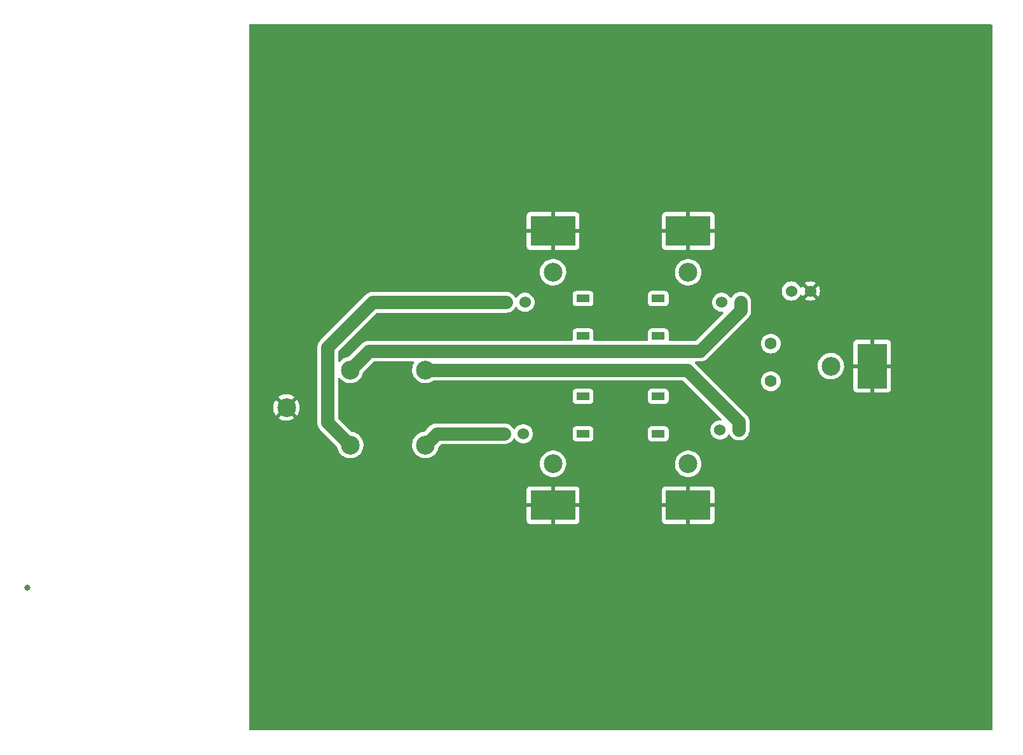
<source format=gbr>
%TF.GenerationSoftware,KiCad,Pcbnew,6.0.2+dfsg-1*%
%TF.CreationDate,2024-04-05T14:20:15-05:00*%
%TF.ProjectId,Dick Smith RDF KK-8345,4469636b-2053-46d6-9974-682052444620,001*%
%TF.SameCoordinates,Original*%
%TF.FileFunction,Copper,L2,Bot*%
%TF.FilePolarity,Positive*%
%FSLAX46Y46*%
G04 Gerber Fmt 4.6, Leading zero omitted, Abs format (unit mm)*
G04 Created by KiCad (PCBNEW 6.0.2+dfsg-1) date 2024-04-05 14:20:15*
%MOMM*%
%LPD*%
G01*
G04 APERTURE LIST*
%TA.AperFunction,ComponentPad*%
%ADD10C,2.500000*%
%TD*%
%TA.AperFunction,ComponentPad*%
%ADD11R,6.000000X4.000000*%
%TD*%
%TA.AperFunction,ComponentPad*%
%ADD12R,4.000000X6.000000*%
%TD*%
%TA.AperFunction,ComponentPad*%
%ADD13R,1.750000X1.000000*%
%TD*%
%TA.AperFunction,ComponentPad*%
%ADD14C,1.524000*%
%TD*%
%TA.AperFunction,ComponentPad*%
%ADD15C,1.600000*%
%TD*%
%TA.AperFunction,ViaPad*%
%ADD16C,0.800000*%
%TD*%
%TA.AperFunction,Conductor*%
%ADD17C,1.750000*%
%TD*%
G04 APERTURE END LIST*
D10*
%TO.P,J6,1,Pin_1*%
%TO.N,Net-(J6-Pad1)*%
X113000000Y-101000000D03*
%TO.P,J6,2,Pin_2*%
%TO.N,Net-(J6-Pad2)*%
X113000000Y-91000000D03*
%TO.P,J6,3,Pin_3*%
%TO.N,Net-(J6-Pad3)*%
X123000000Y-91000000D03*
%TO.P,J6,4,Pin_4*%
%TO.N,Net-(J6-Pad4)*%
X123000000Y-101000000D03*
%TO.P,J6,SH,Shield*%
%TO.N,GNDREF*%
X104500000Y-96000000D03*
%TD*%
%TO.P,J3,1,In*%
%TO.N,Net-(D203-Pad1)*%
X158000000Y-103500000D03*
D11*
%TO.P,J3,2,Ext*%
%TO.N,GNDREF*%
X158000000Y-109000000D03*
%TD*%
D10*
%TO.P,J5,1,In*%
%TO.N,Net-(C1-Pad2)*%
X177000000Y-90500000D03*
D12*
%TO.P,J5,2,Ext*%
%TO.N,GNDREF*%
X182500000Y-90500000D03*
%TD*%
D13*
%TO.P,D201,1,K*%
%TO.N,Net-(D201-Pad1)*%
X144000000Y-81500000D03*
%TO.P,D201,2,A*%
%TO.N,Net-(C1-Pad1)*%
X144000000Y-86500000D03*
%TD*%
%TO.P,D203,1,K*%
%TO.N,Net-(D203-Pad1)*%
X154000000Y-99500000D03*
%TO.P,D203,2,A*%
%TO.N,Net-(C1-Pad1)*%
X154000000Y-94500000D03*
%TD*%
D10*
%TO.P,J4,1,In*%
%TO.N,Net-(D204-Pad1)*%
X140000000Y-103500000D03*
D11*
%TO.P,J4,2,Ext*%
%TO.N,GNDREF*%
X140000000Y-109000000D03*
%TD*%
D14*
%TO.P,L5,1,1*%
%TO.N,GNDREF*%
X174270000Y-80500000D03*
%TO.P,L5,2,2*%
%TO.N,Net-(C1-Pad1)*%
X171730000Y-80500000D03*
%TD*%
%TO.P,L2,1,1*%
%TO.N,Net-(D202-Pad1)*%
X162460000Y-82000000D03*
%TO.P,L2,2,2*%
%TO.N,Net-(J6-Pad2)*%
X165000000Y-82000000D03*
%TD*%
D13*
%TO.P,D204,1,K*%
%TO.N,Net-(D204-Pad1)*%
X144000000Y-99500000D03*
%TO.P,D204,2,A*%
%TO.N,Net-(C1-Pad1)*%
X144000000Y-94500000D03*
%TD*%
D14*
%TO.P,L4,1,1*%
%TO.N,Net-(D204-Pad1)*%
X136040000Y-99500000D03*
%TO.P,L4,2,2*%
%TO.N,Net-(J6-Pad4)*%
X133500000Y-99500000D03*
%TD*%
D15*
%TO.P,C1,1*%
%TO.N,Net-(C1-Pad1)*%
X169000000Y-87500000D03*
%TO.P,C1,2*%
%TO.N,Net-(C1-Pad2)*%
X169000000Y-92500000D03*
%TD*%
D10*
%TO.P,J2,1,In*%
%TO.N,Net-(D202-Pad1)*%
X158000000Y-78000000D03*
D11*
%TO.P,J2,2,Ext*%
%TO.N,GNDREF*%
X158000000Y-72500000D03*
%TD*%
D14*
%TO.P,L1,1,1*%
%TO.N,Net-(D201-Pad1)*%
X136270000Y-82000000D03*
%TO.P,L1,2,2*%
%TO.N,Net-(J6-Pad1)*%
X133730000Y-82000000D03*
%TD*%
D10*
%TO.P,J1,1,In*%
%TO.N,Net-(D201-Pad1)*%
X140000000Y-78000000D03*
D11*
%TO.P,J1,2,Ext*%
%TO.N,GNDREF*%
X140000000Y-72500000D03*
%TD*%
D13*
%TO.P,D202,1,K*%
%TO.N,Net-(D202-Pad1)*%
X154000000Y-81500000D03*
%TO.P,D202,2,A*%
%TO.N,Net-(C1-Pad1)*%
X154000000Y-86500000D03*
%TD*%
D14*
%TO.P,L3,1,1*%
%TO.N,Net-(D203-Pad1)*%
X162230000Y-99000000D03*
%TO.P,L3,2,2*%
%TO.N,Net-(J6-Pad3)*%
X164770000Y-99000000D03*
%TD*%
D16*
%TO.N,*%
X70000000Y-120000000D03*
%TO.N,GNDREF*%
X190000000Y-135000000D03*
X180000000Y-135000000D03*
X170000000Y-135000000D03*
X160000000Y-135000000D03*
X150000000Y-135000000D03*
X110000000Y-135000000D03*
X120000000Y-135000000D03*
X130000000Y-135000000D03*
X140000000Y-135000000D03*
X135000000Y-130000000D03*
X145000000Y-130000000D03*
X155000000Y-130000000D03*
X165000000Y-130000000D03*
X140000000Y-125000000D03*
X150000000Y-125000000D03*
X160000000Y-125000000D03*
X170000000Y-125000000D03*
X195000000Y-120000000D03*
X185000000Y-120000000D03*
X175000000Y-120000000D03*
X165000000Y-120000000D03*
X155000000Y-120000000D03*
X145000000Y-120000000D03*
X135000000Y-120000000D03*
X125000000Y-120000000D03*
X115000000Y-120000000D03*
X105000000Y-120000000D03*
X110000000Y-115000000D03*
X120000000Y-115000000D03*
X130000000Y-115000000D03*
X140000000Y-115000000D03*
X150000000Y-115000000D03*
X160000000Y-115000000D03*
X170000000Y-115000000D03*
X180000000Y-115000000D03*
X190000000Y-115000000D03*
X195000000Y-110000000D03*
X185000000Y-110000000D03*
X175000000Y-110000000D03*
X165000000Y-110000000D03*
X145000000Y-110000000D03*
X135000000Y-110000000D03*
X125000000Y-110000000D03*
X115000000Y-110000000D03*
X105000000Y-100000000D03*
X105000000Y-110000000D03*
X110000000Y-105000000D03*
X120000000Y-105000000D03*
X130000000Y-105000000D03*
X150000000Y-105000000D03*
X170000000Y-105000000D03*
X180000000Y-105000000D03*
X190000000Y-105000000D03*
X195000000Y-100000000D03*
X185000000Y-100000000D03*
X175000000Y-100000000D03*
X115000000Y-100000000D03*
X120000000Y-95000000D03*
X130000000Y-95000000D03*
X140000000Y-95000000D03*
X170000000Y-95000000D03*
X180000000Y-95000000D03*
X190000000Y-95000000D03*
X195000000Y-90000000D03*
X165000000Y-90000000D03*
X105000000Y-90000000D03*
X110000000Y-85000000D03*
X120000000Y-85000000D03*
X130000000Y-85000000D03*
X140000000Y-85000000D03*
X160000000Y-85000000D03*
X180000000Y-85000000D03*
X190000000Y-85000000D03*
X195000000Y-80000000D03*
X185000000Y-80000000D03*
X165000000Y-80000000D03*
X145000000Y-80000000D03*
X135000000Y-80000000D03*
X125000000Y-80000000D03*
X115000000Y-80000000D03*
X105000000Y-80000000D03*
X110000000Y-75000000D03*
X120000000Y-75000000D03*
X130000000Y-75000000D03*
X150000000Y-75000000D03*
X170000000Y-75000000D03*
X180000000Y-75000000D03*
X190000000Y-75000000D03*
X195000000Y-70000000D03*
X185000000Y-70000000D03*
X175000000Y-70000000D03*
X165000000Y-70000000D03*
X145000000Y-70000000D03*
X135000000Y-70000000D03*
X125000000Y-70000000D03*
X115000000Y-70000000D03*
X105000000Y-70000000D03*
X110000000Y-65000000D03*
X120000000Y-65000000D03*
X130000000Y-65000000D03*
X140000000Y-65000000D03*
X150000000Y-65000000D03*
X160000000Y-65000000D03*
X170000000Y-65000000D03*
X180000000Y-65000000D03*
X190000000Y-65000000D03*
X195000000Y-60000000D03*
X185000000Y-60000000D03*
X175000000Y-60000000D03*
X165000000Y-60000000D03*
X155000000Y-60000000D03*
X145000000Y-60000000D03*
X135000000Y-60000000D03*
X125000000Y-60000000D03*
X120000000Y-55000000D03*
X130000000Y-55000000D03*
X140000000Y-55000000D03*
X150000000Y-55000000D03*
X160000000Y-55000000D03*
X170000000Y-55000000D03*
X180000000Y-55000000D03*
X190000000Y-55000000D03*
X195000000Y-50000000D03*
X185000000Y-50000000D03*
X175000000Y-50000000D03*
X165000000Y-50000000D03*
X155000000Y-50000000D03*
X145000000Y-50000000D03*
X135000000Y-50000000D03*
X125000000Y-50000000D03*
X115000000Y-60000000D03*
X105000000Y-60000000D03*
X110000000Y-55000000D03*
X115000000Y-50000000D03*
X105000000Y-50000000D03*
%TD*%
D17*
%TO.N,Net-(J6-Pad3)*%
X164770000Y-99000000D02*
X164770000Y-97922370D01*
X164770000Y-97922370D02*
X157847630Y-91000000D01*
X157847630Y-91000000D02*
X123000000Y-91000000D01*
%TO.N,Net-(J6-Pad4)*%
X133500000Y-99500000D02*
X124500000Y-99500000D01*
X124500000Y-99500000D02*
X123000000Y-101000000D01*
%TO.N,Net-(J6-Pad1)*%
X116000000Y-82000000D02*
X110000000Y-88000000D01*
X110000000Y-98000000D02*
X113000000Y-101000000D01*
X133730000Y-82000000D02*
X116000000Y-82000000D01*
X110000000Y-88000000D02*
X110000000Y-98000000D01*
%TO.N,Net-(J6-Pad2)*%
X115500000Y-88500000D02*
X113000000Y-91000000D01*
X165000000Y-82000000D02*
X165000000Y-83077630D01*
X159577630Y-88500000D02*
X115500000Y-88500000D01*
X165000000Y-83077630D02*
X159577630Y-88500000D01*
%TD*%
%TA.AperFunction,Conductor*%
%TO.N,GNDREF*%
G36*
X198434121Y-45028002D02*
G01*
X198480614Y-45081658D01*
X198492000Y-45134000D01*
X198492000Y-138866000D01*
X198471998Y-138934121D01*
X198418342Y-138980614D01*
X198366000Y-138992000D01*
X99634000Y-138992000D01*
X99565879Y-138971998D01*
X99519386Y-138918342D01*
X99508000Y-138866000D01*
X99508000Y-111044669D01*
X136492001Y-111044669D01*
X136492371Y-111051490D01*
X136497895Y-111102352D01*
X136501521Y-111117604D01*
X136546676Y-111238054D01*
X136555214Y-111253649D01*
X136631715Y-111355724D01*
X136644276Y-111368285D01*
X136746351Y-111444786D01*
X136761946Y-111453324D01*
X136882394Y-111498478D01*
X136897649Y-111502105D01*
X136948514Y-111507631D01*
X136955328Y-111508000D01*
X139727885Y-111508000D01*
X139743124Y-111503525D01*
X139744329Y-111502135D01*
X139746000Y-111494452D01*
X139746000Y-111489884D01*
X140254000Y-111489884D01*
X140258475Y-111505123D01*
X140259865Y-111506328D01*
X140267548Y-111507999D01*
X143044669Y-111507999D01*
X143051490Y-111507629D01*
X143102352Y-111502105D01*
X143117604Y-111498479D01*
X143238054Y-111453324D01*
X143253649Y-111444786D01*
X143355724Y-111368285D01*
X143368285Y-111355724D01*
X143444786Y-111253649D01*
X143453324Y-111238054D01*
X143498478Y-111117606D01*
X143502105Y-111102351D01*
X143507631Y-111051486D01*
X143508000Y-111044672D01*
X143508000Y-111044669D01*
X154492001Y-111044669D01*
X154492371Y-111051490D01*
X154497895Y-111102352D01*
X154501521Y-111117604D01*
X154546676Y-111238054D01*
X154555214Y-111253649D01*
X154631715Y-111355724D01*
X154644276Y-111368285D01*
X154746351Y-111444786D01*
X154761946Y-111453324D01*
X154882394Y-111498478D01*
X154897649Y-111502105D01*
X154948514Y-111507631D01*
X154955328Y-111508000D01*
X157727885Y-111508000D01*
X157743124Y-111503525D01*
X157744329Y-111502135D01*
X157746000Y-111494452D01*
X157746000Y-111489884D01*
X158254000Y-111489884D01*
X158258475Y-111505123D01*
X158259865Y-111506328D01*
X158267548Y-111507999D01*
X161044669Y-111507999D01*
X161051490Y-111507629D01*
X161102352Y-111502105D01*
X161117604Y-111498479D01*
X161238054Y-111453324D01*
X161253649Y-111444786D01*
X161355724Y-111368285D01*
X161368285Y-111355724D01*
X161444786Y-111253649D01*
X161453324Y-111238054D01*
X161498478Y-111117606D01*
X161502105Y-111102351D01*
X161507631Y-111051486D01*
X161508000Y-111044672D01*
X161508000Y-109272115D01*
X161503525Y-109256876D01*
X161502135Y-109255671D01*
X161494452Y-109254000D01*
X158272115Y-109254000D01*
X158256876Y-109258475D01*
X158255671Y-109259865D01*
X158254000Y-109267548D01*
X158254000Y-111489884D01*
X157746000Y-111489884D01*
X157746000Y-109272115D01*
X157741525Y-109256876D01*
X157740135Y-109255671D01*
X157732452Y-109254000D01*
X154510116Y-109254000D01*
X154494877Y-109258475D01*
X154493672Y-109259865D01*
X154492001Y-109267548D01*
X154492001Y-111044669D01*
X143508000Y-111044669D01*
X143508000Y-109272115D01*
X143503525Y-109256876D01*
X143502135Y-109255671D01*
X143494452Y-109254000D01*
X140272115Y-109254000D01*
X140256876Y-109258475D01*
X140255671Y-109259865D01*
X140254000Y-109267548D01*
X140254000Y-111489884D01*
X139746000Y-111489884D01*
X139746000Y-109272115D01*
X139741525Y-109256876D01*
X139740135Y-109255671D01*
X139732452Y-109254000D01*
X136510116Y-109254000D01*
X136494877Y-109258475D01*
X136493672Y-109259865D01*
X136492001Y-109267548D01*
X136492001Y-111044669D01*
X99508000Y-111044669D01*
X99508000Y-108727885D01*
X136492000Y-108727885D01*
X136496475Y-108743124D01*
X136497865Y-108744329D01*
X136505548Y-108746000D01*
X139727885Y-108746000D01*
X139743124Y-108741525D01*
X139744329Y-108740135D01*
X139746000Y-108732452D01*
X139746000Y-108727885D01*
X140254000Y-108727885D01*
X140258475Y-108743124D01*
X140259865Y-108744329D01*
X140267548Y-108746000D01*
X143489884Y-108746000D01*
X143505123Y-108741525D01*
X143506328Y-108740135D01*
X143507999Y-108732452D01*
X143507999Y-108727885D01*
X154492000Y-108727885D01*
X154496475Y-108743124D01*
X154497865Y-108744329D01*
X154505548Y-108746000D01*
X157727885Y-108746000D01*
X157743124Y-108741525D01*
X157744329Y-108740135D01*
X157746000Y-108732452D01*
X157746000Y-108727885D01*
X158254000Y-108727885D01*
X158258475Y-108743124D01*
X158259865Y-108744329D01*
X158267548Y-108746000D01*
X161489884Y-108746000D01*
X161505123Y-108741525D01*
X161506328Y-108740135D01*
X161507999Y-108732452D01*
X161507999Y-106955331D01*
X161507629Y-106948510D01*
X161502105Y-106897648D01*
X161498479Y-106882396D01*
X161453324Y-106761946D01*
X161444786Y-106746351D01*
X161368285Y-106644276D01*
X161355724Y-106631715D01*
X161253649Y-106555214D01*
X161238054Y-106546676D01*
X161117606Y-106501522D01*
X161102351Y-106497895D01*
X161051486Y-106492369D01*
X161044672Y-106492000D01*
X158272115Y-106492000D01*
X158256876Y-106496475D01*
X158255671Y-106497865D01*
X158254000Y-106505548D01*
X158254000Y-108727885D01*
X157746000Y-108727885D01*
X157746000Y-106510116D01*
X157741525Y-106494877D01*
X157740135Y-106493672D01*
X157732452Y-106492001D01*
X154955331Y-106492001D01*
X154948510Y-106492371D01*
X154897648Y-106497895D01*
X154882396Y-106501521D01*
X154761946Y-106546676D01*
X154746351Y-106555214D01*
X154644276Y-106631715D01*
X154631715Y-106644276D01*
X154555214Y-106746351D01*
X154546676Y-106761946D01*
X154501522Y-106882394D01*
X154497895Y-106897649D01*
X154492369Y-106948514D01*
X154492000Y-106955328D01*
X154492000Y-108727885D01*
X143507999Y-108727885D01*
X143507999Y-106955331D01*
X143507629Y-106948510D01*
X143502105Y-106897648D01*
X143498479Y-106882396D01*
X143453324Y-106761946D01*
X143444786Y-106746351D01*
X143368285Y-106644276D01*
X143355724Y-106631715D01*
X143253649Y-106555214D01*
X143238054Y-106546676D01*
X143117606Y-106501522D01*
X143102351Y-106497895D01*
X143051486Y-106492369D01*
X143044672Y-106492000D01*
X140272115Y-106492000D01*
X140256876Y-106496475D01*
X140255671Y-106497865D01*
X140254000Y-106505548D01*
X140254000Y-108727885D01*
X139746000Y-108727885D01*
X139746000Y-106510116D01*
X139741525Y-106494877D01*
X139740135Y-106493672D01*
X139732452Y-106492001D01*
X136955331Y-106492001D01*
X136948510Y-106492371D01*
X136897648Y-106497895D01*
X136882396Y-106501521D01*
X136761946Y-106546676D01*
X136746351Y-106555214D01*
X136644276Y-106631715D01*
X136631715Y-106644276D01*
X136555214Y-106746351D01*
X136546676Y-106761946D01*
X136501522Y-106882394D01*
X136497895Y-106897649D01*
X136492369Y-106948514D01*
X136492000Y-106955328D01*
X136492000Y-108727885D01*
X99508000Y-108727885D01*
X99508000Y-103453839D01*
X138237173Y-103453839D01*
X138249713Y-103714908D01*
X138300704Y-103971256D01*
X138389026Y-104217252D01*
X138391242Y-104221376D01*
X138455753Y-104341437D01*
X138512737Y-104447491D01*
X138515532Y-104451234D01*
X138515534Y-104451237D01*
X138666330Y-104653177D01*
X138666335Y-104653183D01*
X138669122Y-104656915D01*
X138672431Y-104660195D01*
X138672436Y-104660201D01*
X138851426Y-104837635D01*
X138854743Y-104840923D01*
X138858505Y-104843681D01*
X138858508Y-104843684D01*
X139061750Y-104992707D01*
X139065524Y-104995474D01*
X139069667Y-104997654D01*
X139069669Y-104997655D01*
X139292684Y-105114989D01*
X139292689Y-105114991D01*
X139296834Y-105117172D01*
X139543590Y-105203344D01*
X139548183Y-105204216D01*
X139795785Y-105251224D01*
X139795788Y-105251224D01*
X139800374Y-105252095D01*
X139930959Y-105257226D01*
X140056875Y-105262174D01*
X140056881Y-105262174D01*
X140061543Y-105262357D01*
X140140977Y-105253657D01*
X140316707Y-105234412D01*
X140316712Y-105234411D01*
X140321360Y-105233902D01*
X140434116Y-105204216D01*
X140569594Y-105168548D01*
X140569596Y-105168547D01*
X140574117Y-105167357D01*
X140814262Y-105064182D01*
X141036519Y-104926646D01*
X141040082Y-104923629D01*
X141040087Y-104923626D01*
X141232439Y-104760787D01*
X141232440Y-104760786D01*
X141236005Y-104757768D01*
X141327729Y-104653177D01*
X141405257Y-104564774D01*
X141405261Y-104564769D01*
X141408339Y-104561259D01*
X141549733Y-104341437D01*
X141657083Y-104103129D01*
X141728030Y-103851572D01*
X141744832Y-103719496D01*
X141760616Y-103595421D01*
X141760616Y-103595417D01*
X141761014Y-103592291D01*
X141763431Y-103500000D01*
X141760001Y-103453839D01*
X156237173Y-103453839D01*
X156249713Y-103714908D01*
X156300704Y-103971256D01*
X156389026Y-104217252D01*
X156391242Y-104221376D01*
X156455753Y-104341437D01*
X156512737Y-104447491D01*
X156515532Y-104451234D01*
X156515534Y-104451237D01*
X156666330Y-104653177D01*
X156666335Y-104653183D01*
X156669122Y-104656915D01*
X156672431Y-104660195D01*
X156672436Y-104660201D01*
X156851426Y-104837635D01*
X156854743Y-104840923D01*
X156858505Y-104843681D01*
X156858508Y-104843684D01*
X157061750Y-104992707D01*
X157065524Y-104995474D01*
X157069667Y-104997654D01*
X157069669Y-104997655D01*
X157292684Y-105114989D01*
X157292689Y-105114991D01*
X157296834Y-105117172D01*
X157543590Y-105203344D01*
X157548183Y-105204216D01*
X157795785Y-105251224D01*
X157795788Y-105251224D01*
X157800374Y-105252095D01*
X157930959Y-105257226D01*
X158056875Y-105262174D01*
X158056881Y-105262174D01*
X158061543Y-105262357D01*
X158140977Y-105253657D01*
X158316707Y-105234412D01*
X158316712Y-105234411D01*
X158321360Y-105233902D01*
X158434116Y-105204216D01*
X158569594Y-105168548D01*
X158569596Y-105168547D01*
X158574117Y-105167357D01*
X158814262Y-105064182D01*
X159036519Y-104926646D01*
X159040082Y-104923629D01*
X159040087Y-104923626D01*
X159232439Y-104760787D01*
X159232440Y-104760786D01*
X159236005Y-104757768D01*
X159327729Y-104653177D01*
X159405257Y-104564774D01*
X159405261Y-104564769D01*
X159408339Y-104561259D01*
X159549733Y-104341437D01*
X159657083Y-104103129D01*
X159728030Y-103851572D01*
X159744832Y-103719496D01*
X159760616Y-103595421D01*
X159760616Y-103595417D01*
X159761014Y-103592291D01*
X159763431Y-103500000D01*
X159744061Y-103239348D01*
X159732725Y-103189248D01*
X159687408Y-102988980D01*
X159686377Y-102984423D01*
X159596102Y-102752278D01*
X159593340Y-102745176D01*
X159593339Y-102745173D01*
X159591647Y-102740823D01*
X159587692Y-102733902D01*
X159490688Y-102564182D01*
X159461951Y-102513902D01*
X159300138Y-102308643D01*
X159109763Y-102129557D01*
X158895009Y-101980576D01*
X158890816Y-101978508D01*
X158664781Y-101867040D01*
X158664778Y-101867039D01*
X158660593Y-101864975D01*
X158614449Y-101850204D01*
X158416123Y-101786720D01*
X158411665Y-101785293D01*
X158153693Y-101743279D01*
X158039942Y-101741790D01*
X157897022Y-101739919D01*
X157897019Y-101739919D01*
X157892345Y-101739858D01*
X157633362Y-101775104D01*
X157382433Y-101848243D01*
X157378180Y-101850203D01*
X157378179Y-101850204D01*
X157341659Y-101867040D01*
X157145072Y-101957668D01*
X157106067Y-101983241D01*
X156930404Y-102098410D01*
X156930399Y-102098414D01*
X156926491Y-102100976D01*
X156731494Y-102275018D01*
X156564363Y-102475970D01*
X156561934Y-102479973D01*
X156448227Y-102667357D01*
X156428771Y-102699419D01*
X156327697Y-102940455D01*
X156263359Y-103193783D01*
X156237173Y-103453839D01*
X141760001Y-103453839D01*
X141744061Y-103239348D01*
X141732725Y-103189248D01*
X141687408Y-102988980D01*
X141686377Y-102984423D01*
X141596102Y-102752278D01*
X141593340Y-102745176D01*
X141593339Y-102745173D01*
X141591647Y-102740823D01*
X141587692Y-102733902D01*
X141490688Y-102564182D01*
X141461951Y-102513902D01*
X141300138Y-102308643D01*
X141109763Y-102129557D01*
X140895009Y-101980576D01*
X140890816Y-101978508D01*
X140664781Y-101867040D01*
X140664778Y-101867039D01*
X140660593Y-101864975D01*
X140614449Y-101850204D01*
X140416123Y-101786720D01*
X140411665Y-101785293D01*
X140153693Y-101743279D01*
X140039942Y-101741790D01*
X139897022Y-101739919D01*
X139897019Y-101739919D01*
X139892345Y-101739858D01*
X139633362Y-101775104D01*
X139382433Y-101848243D01*
X139378180Y-101850203D01*
X139378179Y-101850204D01*
X139341659Y-101867040D01*
X139145072Y-101957668D01*
X139106067Y-101983241D01*
X138930404Y-102098410D01*
X138930399Y-102098414D01*
X138926491Y-102100976D01*
X138731494Y-102275018D01*
X138564363Y-102475970D01*
X138561934Y-102479973D01*
X138448227Y-102667357D01*
X138428771Y-102699419D01*
X138327697Y-102940455D01*
X138263359Y-103193783D01*
X138237173Y-103453839D01*
X99508000Y-103453839D01*
X99508000Y-98019387D01*
X108611633Y-98019387D01*
X108617343Y-98077098D01*
X108622154Y-98125733D01*
X108622315Y-98127484D01*
X108624946Y-98158489D01*
X108631349Y-98233948D01*
X108632690Y-98239115D01*
X108633423Y-98243402D01*
X108634223Y-98247722D01*
X108634749Y-98253035D01*
X108636161Y-98258179D01*
X108636162Y-98258184D01*
X108663038Y-98356090D01*
X108663492Y-98357790D01*
X108663607Y-98358233D01*
X108690333Y-98461206D01*
X108692523Y-98466067D01*
X108693941Y-98470095D01*
X108695485Y-98474293D01*
X108696900Y-98479447D01*
X108699160Y-98484282D01*
X108699162Y-98484288D01*
X108742146Y-98576258D01*
X108742880Y-98577856D01*
X108749827Y-98593277D01*
X108786766Y-98675278D01*
X108789748Y-98679708D01*
X108791909Y-98683590D01*
X108794055Y-98687323D01*
X108796312Y-98692151D01*
X108799351Y-98696531D01*
X108799354Y-98696537D01*
X108857266Y-98780017D01*
X108858258Y-98781469D01*
X108914907Y-98865614D01*
X108914911Y-98865618D01*
X108917888Y-98870041D01*
X108921567Y-98873898D01*
X108924801Y-98877920D01*
X108925172Y-98878412D01*
X108925185Y-98878402D01*
X108927776Y-98881656D01*
X108930140Y-98885064D01*
X108932932Y-98888132D01*
X108932934Y-98888135D01*
X108945707Y-98902173D01*
X108945721Y-98902187D01*
X108946714Y-98903279D01*
X109008207Y-98964772D01*
X109010282Y-98966895D01*
X109079951Y-99039927D01*
X109084236Y-99043115D01*
X109084237Y-99043116D01*
X109085902Y-99044355D01*
X109099784Y-99056349D01*
X110168100Y-100124664D01*
X111220542Y-101177106D01*
X111255026Y-101241619D01*
X111300704Y-101471256D01*
X111389026Y-101717252D01*
X111391242Y-101721376D01*
X111459410Y-101848243D01*
X111512737Y-101947491D01*
X111515532Y-101951234D01*
X111515534Y-101951237D01*
X111666330Y-102153177D01*
X111666335Y-102153183D01*
X111669122Y-102156915D01*
X111672431Y-102160195D01*
X111672436Y-102160201D01*
X111818952Y-102305443D01*
X111854743Y-102340923D01*
X111858505Y-102343681D01*
X111858508Y-102343684D01*
X112034018Y-102472373D01*
X112065524Y-102495474D01*
X112069667Y-102497654D01*
X112069669Y-102497655D01*
X112292684Y-102614989D01*
X112292689Y-102614991D01*
X112296834Y-102617172D01*
X112435254Y-102665511D01*
X112532351Y-102699419D01*
X112543590Y-102703344D01*
X112548183Y-102704216D01*
X112795785Y-102751224D01*
X112795788Y-102751224D01*
X112800374Y-102752095D01*
X112930959Y-102757226D01*
X113056875Y-102762174D01*
X113056881Y-102762174D01*
X113061543Y-102762357D01*
X113140977Y-102753657D01*
X113316707Y-102734412D01*
X113316712Y-102734411D01*
X113321360Y-102733902D01*
X113435951Y-102703733D01*
X113569594Y-102668548D01*
X113569596Y-102668547D01*
X113574117Y-102667357D01*
X113814262Y-102564182D01*
X114036519Y-102426646D01*
X114040082Y-102423629D01*
X114040087Y-102423626D01*
X114232439Y-102260787D01*
X114232440Y-102260786D01*
X114236005Y-102257768D01*
X114345632Y-102132763D01*
X114405257Y-102064774D01*
X114405261Y-102064769D01*
X114408339Y-102061259D01*
X114549733Y-101841437D01*
X114657083Y-101603129D01*
X114694275Y-101471256D01*
X114726760Y-101356076D01*
X114726761Y-101356073D01*
X114728030Y-101351572D01*
X114740527Y-101253334D01*
X114760616Y-101095421D01*
X114760616Y-101095417D01*
X114761014Y-101092291D01*
X114763431Y-101000000D01*
X114760001Y-100953839D01*
X121237173Y-100953839D01*
X121249713Y-101214908D01*
X121300704Y-101471256D01*
X121389026Y-101717252D01*
X121391242Y-101721376D01*
X121459410Y-101848243D01*
X121512737Y-101947491D01*
X121515532Y-101951234D01*
X121515534Y-101951237D01*
X121666330Y-102153177D01*
X121666335Y-102153183D01*
X121669122Y-102156915D01*
X121672431Y-102160195D01*
X121672436Y-102160201D01*
X121818952Y-102305443D01*
X121854743Y-102340923D01*
X121858505Y-102343681D01*
X121858508Y-102343684D01*
X122034018Y-102472373D01*
X122065524Y-102495474D01*
X122069667Y-102497654D01*
X122069669Y-102497655D01*
X122292684Y-102614989D01*
X122292689Y-102614991D01*
X122296834Y-102617172D01*
X122435254Y-102665511D01*
X122532351Y-102699419D01*
X122543590Y-102703344D01*
X122548183Y-102704216D01*
X122795785Y-102751224D01*
X122795788Y-102751224D01*
X122800374Y-102752095D01*
X122930959Y-102757226D01*
X123056875Y-102762174D01*
X123056881Y-102762174D01*
X123061543Y-102762357D01*
X123140977Y-102753657D01*
X123316707Y-102734412D01*
X123316712Y-102734411D01*
X123321360Y-102733902D01*
X123435951Y-102703733D01*
X123569594Y-102668548D01*
X123569596Y-102668547D01*
X123574117Y-102667357D01*
X123814262Y-102564182D01*
X124036519Y-102426646D01*
X124040082Y-102423629D01*
X124040087Y-102423626D01*
X124232439Y-102260787D01*
X124232440Y-102260786D01*
X124236005Y-102257768D01*
X124345632Y-102132763D01*
X124405257Y-102064774D01*
X124405261Y-102064769D01*
X124408339Y-102061259D01*
X124549733Y-101841437D01*
X124657083Y-101603129D01*
X124694275Y-101471256D01*
X124726760Y-101356076D01*
X124726761Y-101356073D01*
X124728030Y-101351572D01*
X124740527Y-101253334D01*
X124768966Y-101188282D01*
X124776425Y-101180140D01*
X125036160Y-100920405D01*
X125098472Y-100886379D01*
X125125255Y-100883500D01*
X133558950Y-100883500D01*
X133640299Y-100876597D01*
X133728637Y-100869102D01*
X133728641Y-100869101D01*
X133733948Y-100868651D01*
X133739103Y-100867313D01*
X133739109Y-100867312D01*
X133956035Y-100811009D01*
X133956034Y-100811009D01*
X133961206Y-100809667D01*
X133966072Y-100807475D01*
X133966075Y-100807474D01*
X134170417Y-100715424D01*
X134170420Y-100715423D01*
X134175278Y-100713234D01*
X134370041Y-100582112D01*
X134539927Y-100420049D01*
X134680078Y-100231679D01*
X134682496Y-100226923D01*
X134682501Y-100226915D01*
X134720087Y-100152990D01*
X134768790Y-100101332D01*
X134837690Y-100084206D01*
X134904911Y-100107049D01*
X134935616Y-100137825D01*
X135059860Y-100315265D01*
X135059864Y-100315270D01*
X135063023Y-100319781D01*
X135220219Y-100476977D01*
X135224727Y-100480134D01*
X135224730Y-100480136D01*
X135255591Y-100501745D01*
X135402323Y-100604488D01*
X135407305Y-100606811D01*
X135407310Y-100606814D01*
X135593817Y-100693783D01*
X135603804Y-100698440D01*
X135609112Y-100699862D01*
X135609114Y-100699863D01*
X135667189Y-100715424D01*
X135818537Y-100755978D01*
X136040000Y-100775353D01*
X136261463Y-100755978D01*
X136412811Y-100715424D01*
X136470886Y-100699863D01*
X136470888Y-100699862D01*
X136476196Y-100698440D01*
X136486183Y-100693783D01*
X136672690Y-100606814D01*
X136672695Y-100606811D01*
X136677677Y-100604488D01*
X136824409Y-100501745D01*
X136855270Y-100480136D01*
X136855273Y-100480134D01*
X136859781Y-100476977D01*
X137016977Y-100319781D01*
X137020140Y-100315265D01*
X137141331Y-100142185D01*
X137141332Y-100142183D01*
X137144488Y-100137676D01*
X137146811Y-100132694D01*
X137146814Y-100132689D01*
X137186243Y-100048134D01*
X142616500Y-100048134D01*
X142623255Y-100110316D01*
X142674385Y-100246705D01*
X142761739Y-100363261D01*
X142878295Y-100450615D01*
X143014684Y-100501745D01*
X143076866Y-100508500D01*
X144923134Y-100508500D01*
X144985316Y-100501745D01*
X145121705Y-100450615D01*
X145238261Y-100363261D01*
X145325615Y-100246705D01*
X145376745Y-100110316D01*
X145383500Y-100048134D01*
X152616500Y-100048134D01*
X152623255Y-100110316D01*
X152674385Y-100246705D01*
X152761739Y-100363261D01*
X152878295Y-100450615D01*
X153014684Y-100501745D01*
X153076866Y-100508500D01*
X154923134Y-100508500D01*
X154985316Y-100501745D01*
X155121705Y-100450615D01*
X155238261Y-100363261D01*
X155325615Y-100246705D01*
X155376745Y-100110316D01*
X155383500Y-100048134D01*
X155383500Y-98951866D01*
X155376745Y-98889684D01*
X155325615Y-98753295D01*
X155238261Y-98636739D01*
X155121705Y-98549385D01*
X154985316Y-98498255D01*
X154923134Y-98491500D01*
X153076866Y-98491500D01*
X153014684Y-98498255D01*
X152878295Y-98549385D01*
X152761739Y-98636739D01*
X152674385Y-98753295D01*
X152623255Y-98889684D01*
X152616500Y-98951866D01*
X152616500Y-100048134D01*
X145383500Y-100048134D01*
X145383500Y-98951866D01*
X145376745Y-98889684D01*
X145325615Y-98753295D01*
X145238261Y-98636739D01*
X145121705Y-98549385D01*
X144985316Y-98498255D01*
X144923134Y-98491500D01*
X143076866Y-98491500D01*
X143014684Y-98498255D01*
X142878295Y-98549385D01*
X142761739Y-98636739D01*
X142674385Y-98753295D01*
X142623255Y-98889684D01*
X142616500Y-98951866D01*
X142616500Y-100048134D01*
X137186243Y-100048134D01*
X137236117Y-99941178D01*
X137236118Y-99941177D01*
X137238440Y-99936196D01*
X137295978Y-99721463D01*
X137315353Y-99500000D01*
X137295978Y-99278537D01*
X137255246Y-99126524D01*
X137239863Y-99069114D01*
X137239862Y-99069112D01*
X137238440Y-99063804D01*
X137206135Y-98994525D01*
X137146814Y-98867311D01*
X137146811Y-98867306D01*
X137144488Y-98862324D01*
X137138254Y-98853421D01*
X137020136Y-98684730D01*
X137020134Y-98684727D01*
X137016977Y-98680219D01*
X136859781Y-98523023D01*
X136855273Y-98519866D01*
X136855270Y-98519864D01*
X136764127Y-98456045D01*
X136677677Y-98395512D01*
X136672695Y-98393189D01*
X136672690Y-98393186D01*
X136481178Y-98303883D01*
X136481177Y-98303882D01*
X136476196Y-98301560D01*
X136470888Y-98300138D01*
X136470886Y-98300137D01*
X136405051Y-98282497D01*
X136261463Y-98244022D01*
X136040000Y-98224647D01*
X135818537Y-98244022D01*
X135674949Y-98282497D01*
X135609114Y-98300137D01*
X135609112Y-98300138D01*
X135603804Y-98301560D01*
X135598823Y-98303882D01*
X135598822Y-98303883D01*
X135407311Y-98393186D01*
X135407306Y-98393189D01*
X135402324Y-98395512D01*
X135397817Y-98398668D01*
X135397815Y-98398669D01*
X135224730Y-98519864D01*
X135224727Y-98519866D01*
X135220219Y-98523023D01*
X135063023Y-98680219D01*
X135059866Y-98684727D01*
X135059864Y-98684730D01*
X134936910Y-98860327D01*
X134881453Y-98904655D01*
X134810834Y-98911964D01*
X134747473Y-98879933D01*
X134725978Y-98853421D01*
X134624667Y-98686466D01*
X134624665Y-98686464D01*
X134621896Y-98681900D01*
X134468015Y-98504568D01*
X134408837Y-98456045D01*
X134290584Y-98359083D01*
X134290578Y-98359079D01*
X134286456Y-98355699D01*
X134281820Y-98353060D01*
X134281817Y-98353058D01*
X134106101Y-98253035D01*
X134082410Y-98239549D01*
X133861711Y-98159439D01*
X133856462Y-98158490D01*
X133856459Y-98158489D01*
X133732987Y-98136162D01*
X133630670Y-98117660D01*
X133626531Y-98117465D01*
X133626524Y-98117464D01*
X133607560Y-98116570D01*
X133607551Y-98116570D01*
X133606071Y-98116500D01*
X124553790Y-98116500D01*
X124544891Y-98116185D01*
X124485941Y-98112011D01*
X124485938Y-98112011D01*
X124480613Y-98111634D01*
X124422247Y-98117408D01*
X124374305Y-98122151D01*
X124372553Y-98122312D01*
X124313558Y-98127318D01*
X124266052Y-98131349D01*
X124260884Y-98132690D01*
X124256598Y-98133423D01*
X124252280Y-98134223D01*
X124246965Y-98134749D01*
X124143860Y-98163052D01*
X124142272Y-98163476D01*
X124038794Y-98190333D01*
X124033923Y-98192527D01*
X124029801Y-98193979D01*
X124025699Y-98195488D01*
X124020552Y-98196901D01*
X123923673Y-98242179D01*
X123922173Y-98242868D01*
X123888172Y-98258184D01*
X123829587Y-98284574D01*
X123829582Y-98284577D01*
X123824722Y-98286766D01*
X123820295Y-98289746D01*
X123816418Y-98291904D01*
X123812683Y-98294052D01*
X123807848Y-98296312D01*
X123796935Y-98303883D01*
X123720021Y-98357240D01*
X123718568Y-98358233D01*
X123712492Y-98362324D01*
X123629959Y-98417888D01*
X123626094Y-98421575D01*
X123622089Y-98424795D01*
X123621586Y-98425175D01*
X123621596Y-98425187D01*
X123618345Y-98427776D01*
X123614935Y-98430141D01*
X123596721Y-98446714D01*
X123535229Y-98508206D01*
X123533106Y-98510281D01*
X123460073Y-98579951D01*
X123456890Y-98584229D01*
X123455649Y-98585897D01*
X123443656Y-98599779D01*
X123131472Y-98911964D01*
X122819622Y-99223814D01*
X122757309Y-99257839D01*
X122747517Y-99259568D01*
X122682034Y-99268480D01*
X122633362Y-99275104D01*
X122628876Y-99276412D01*
X122628874Y-99276412D01*
X122602786Y-99284016D01*
X122382433Y-99348243D01*
X122378180Y-99350203D01*
X122378179Y-99350204D01*
X122342340Y-99366726D01*
X122145072Y-99457668D01*
X122106067Y-99483241D01*
X121930404Y-99598410D01*
X121930399Y-99598414D01*
X121926491Y-99600976D01*
X121731494Y-99775018D01*
X121564363Y-99975970D01*
X121561934Y-99979973D01*
X121442441Y-100176892D01*
X121428771Y-100199419D01*
X121327697Y-100440455D01*
X121263359Y-100693783D01*
X121237173Y-100953839D01*
X114760001Y-100953839D01*
X114757516Y-100920405D01*
X114744407Y-100744000D01*
X114744406Y-100743996D01*
X114744061Y-100739348D01*
X114735127Y-100699863D01*
X114691742Y-100508131D01*
X114686377Y-100484423D01*
X114684684Y-100480069D01*
X114593340Y-100245176D01*
X114593339Y-100245173D01*
X114591647Y-100240823D01*
X114568237Y-100199863D01*
X114515189Y-100107049D01*
X114461951Y-100013902D01*
X114300138Y-99808643D01*
X114109763Y-99629557D01*
X113930901Y-99505475D01*
X113898851Y-99483241D01*
X113898848Y-99483239D01*
X113895009Y-99480576D01*
X113890816Y-99478508D01*
X113664781Y-99367040D01*
X113664778Y-99367039D01*
X113660593Y-99364975D01*
X113650397Y-99361711D01*
X113416123Y-99286720D01*
X113411665Y-99285293D01*
X113248928Y-99258789D01*
X113180087Y-99223523D01*
X111420405Y-97463841D01*
X111386379Y-97401529D01*
X111383500Y-97374746D01*
X111383500Y-95048134D01*
X142616500Y-95048134D01*
X142623255Y-95110316D01*
X142674385Y-95246705D01*
X142761739Y-95363261D01*
X142878295Y-95450615D01*
X143014684Y-95501745D01*
X143076866Y-95508500D01*
X144923134Y-95508500D01*
X144985316Y-95501745D01*
X145121705Y-95450615D01*
X145238261Y-95363261D01*
X145325615Y-95246705D01*
X145376745Y-95110316D01*
X145383500Y-95048134D01*
X152616500Y-95048134D01*
X152623255Y-95110316D01*
X152674385Y-95246705D01*
X152761739Y-95363261D01*
X152878295Y-95450615D01*
X153014684Y-95501745D01*
X153076866Y-95508500D01*
X154923134Y-95508500D01*
X154985316Y-95501745D01*
X155121705Y-95450615D01*
X155238261Y-95363261D01*
X155325615Y-95246705D01*
X155376745Y-95110316D01*
X155383500Y-95048134D01*
X155383500Y-93951866D01*
X155376745Y-93889684D01*
X155325615Y-93753295D01*
X155238261Y-93636739D01*
X155121705Y-93549385D01*
X154985316Y-93498255D01*
X154923134Y-93491500D01*
X153076866Y-93491500D01*
X153014684Y-93498255D01*
X152878295Y-93549385D01*
X152761739Y-93636739D01*
X152674385Y-93753295D01*
X152623255Y-93889684D01*
X152616500Y-93951866D01*
X152616500Y-95048134D01*
X145383500Y-95048134D01*
X145383500Y-93951866D01*
X145376745Y-93889684D01*
X145325615Y-93753295D01*
X145238261Y-93636739D01*
X145121705Y-93549385D01*
X144985316Y-93498255D01*
X144923134Y-93491500D01*
X143076866Y-93491500D01*
X143014684Y-93498255D01*
X142878295Y-93549385D01*
X142761739Y-93636739D01*
X142674385Y-93753295D01*
X142623255Y-93889684D01*
X142616500Y-93951866D01*
X142616500Y-95048134D01*
X111383500Y-95048134D01*
X111383500Y-92153744D01*
X111403502Y-92085623D01*
X111457158Y-92039130D01*
X111527432Y-92029026D01*
X111592012Y-92058520D01*
X111610458Y-92078355D01*
X111666330Y-92153177D01*
X111666335Y-92153183D01*
X111669122Y-92156915D01*
X111672431Y-92160195D01*
X111672436Y-92160201D01*
X111775488Y-92262357D01*
X111854743Y-92340923D01*
X111858505Y-92343681D01*
X111858508Y-92343684D01*
X112061750Y-92492707D01*
X112065524Y-92495474D01*
X112069667Y-92497654D01*
X112069669Y-92497655D01*
X112292684Y-92614989D01*
X112292689Y-92614991D01*
X112296834Y-92617172D01*
X112543590Y-92703344D01*
X112548183Y-92704216D01*
X112795785Y-92751224D01*
X112795788Y-92751224D01*
X112800374Y-92752095D01*
X112930959Y-92757226D01*
X113056875Y-92762174D01*
X113056881Y-92762174D01*
X113061543Y-92762357D01*
X113140977Y-92753657D01*
X113316707Y-92734412D01*
X113316712Y-92734411D01*
X113321360Y-92733902D01*
X113434116Y-92704216D01*
X113569594Y-92668548D01*
X113569596Y-92668547D01*
X113574117Y-92667357D01*
X113814262Y-92564182D01*
X114036519Y-92426646D01*
X114040082Y-92423629D01*
X114040087Y-92423626D01*
X114232439Y-92260787D01*
X114232440Y-92260786D01*
X114236005Y-92257768D01*
X114314249Y-92168548D01*
X114405257Y-92064774D01*
X114405261Y-92064769D01*
X114408339Y-92061259D01*
X114449251Y-91997655D01*
X114547205Y-91845367D01*
X114549733Y-91841437D01*
X114657083Y-91603129D01*
X114728030Y-91351572D01*
X114728820Y-91345367D01*
X114740527Y-91253333D01*
X114768966Y-91188281D01*
X114776425Y-91180139D01*
X116036159Y-89920405D01*
X116098471Y-89886379D01*
X116125254Y-89883500D01*
X121396633Y-89883500D01*
X121464754Y-89903502D01*
X121511247Y-89957158D01*
X121521351Y-90027432D01*
X121504352Y-90074865D01*
X121434943Y-90189248D01*
X121428771Y-90199419D01*
X121327697Y-90440455D01*
X121263359Y-90693783D01*
X121262891Y-90698434D01*
X121262890Y-90698438D01*
X121257127Y-90755671D01*
X121237173Y-90953839D01*
X121237397Y-90958505D01*
X121237397Y-90958511D01*
X121243443Y-91084374D01*
X121249713Y-91214908D01*
X121300704Y-91471256D01*
X121389026Y-91717252D01*
X121391242Y-91721376D01*
X121501537Y-91926646D01*
X121512737Y-91947491D01*
X121515532Y-91951234D01*
X121515534Y-91951237D01*
X121666330Y-92153177D01*
X121666335Y-92153183D01*
X121669122Y-92156915D01*
X121672431Y-92160195D01*
X121672436Y-92160201D01*
X121775488Y-92262357D01*
X121854743Y-92340923D01*
X121858505Y-92343681D01*
X121858508Y-92343684D01*
X122061750Y-92492707D01*
X122065524Y-92495474D01*
X122069667Y-92497654D01*
X122069669Y-92497655D01*
X122292684Y-92614989D01*
X122292689Y-92614991D01*
X122296834Y-92617172D01*
X122543590Y-92703344D01*
X122548183Y-92704216D01*
X122795785Y-92751224D01*
X122795788Y-92751224D01*
X122800374Y-92752095D01*
X122930959Y-92757226D01*
X123056875Y-92762174D01*
X123056881Y-92762174D01*
X123061543Y-92762357D01*
X123140977Y-92753657D01*
X123316707Y-92734412D01*
X123316712Y-92734411D01*
X123321360Y-92733902D01*
X123434116Y-92704216D01*
X123569594Y-92668548D01*
X123569596Y-92668547D01*
X123574117Y-92667357D01*
X123814262Y-92564182D01*
X124036519Y-92426646D01*
X124040082Y-92423630D01*
X124040094Y-92423621D01*
X124052246Y-92413333D01*
X124117161Y-92384584D01*
X124133657Y-92383500D01*
X157222375Y-92383500D01*
X157290496Y-92403502D01*
X157311470Y-92420405D01*
X162407905Y-97516840D01*
X162441931Y-97579152D01*
X162436866Y-97649967D01*
X162394319Y-97706803D01*
X162327799Y-97731614D01*
X162307829Y-97731456D01*
X162235475Y-97725126D01*
X162230000Y-97724647D01*
X162008537Y-97744022D01*
X161864949Y-97782497D01*
X161799114Y-97800137D01*
X161799112Y-97800138D01*
X161793804Y-97801560D01*
X161788823Y-97803882D01*
X161788822Y-97803883D01*
X161597311Y-97893186D01*
X161597306Y-97893189D01*
X161592324Y-97895512D01*
X161587817Y-97898668D01*
X161587815Y-97898669D01*
X161414730Y-98019864D01*
X161414727Y-98019866D01*
X161410219Y-98023023D01*
X161253023Y-98180219D01*
X161249866Y-98184727D01*
X161249864Y-98184730D01*
X161129072Y-98357240D01*
X161125512Y-98362324D01*
X161123189Y-98367306D01*
X161123186Y-98367311D01*
X161038284Y-98549385D01*
X161031560Y-98563804D01*
X160974022Y-98778537D01*
X160954647Y-99000000D01*
X160974022Y-99221463D01*
X161031560Y-99436196D01*
X161033882Y-99441177D01*
X161033883Y-99441178D01*
X161123186Y-99632689D01*
X161123189Y-99632694D01*
X161125512Y-99637676D01*
X161128668Y-99642183D01*
X161128669Y-99642185D01*
X161229689Y-99786456D01*
X161253023Y-99819781D01*
X161410219Y-99976977D01*
X161414727Y-99980134D01*
X161414730Y-99980136D01*
X161475072Y-100022388D01*
X161592323Y-100104488D01*
X161597305Y-100106811D01*
X161597310Y-100106814D01*
X161759612Y-100182496D01*
X161793804Y-100198440D01*
X161799112Y-100199862D01*
X161799114Y-100199863D01*
X161864949Y-100217503D01*
X162008537Y-100255978D01*
X162230000Y-100275353D01*
X162451463Y-100255978D01*
X162595051Y-100217503D01*
X162660886Y-100199863D01*
X162660888Y-100199862D01*
X162666196Y-100198440D01*
X162700388Y-100182496D01*
X162862690Y-100106814D01*
X162862695Y-100106811D01*
X162867677Y-100104488D01*
X162984928Y-100022388D01*
X163045270Y-99980136D01*
X163045273Y-99980134D01*
X163049781Y-99976977D01*
X163206977Y-99819781D01*
X163230312Y-99786456D01*
X163332351Y-99640728D01*
X163387808Y-99596400D01*
X163458427Y-99589091D01*
X163521788Y-99621122D01*
X163550446Y-99661249D01*
X163556766Y-99675278D01*
X163687888Y-99870041D01*
X163849951Y-100039927D01*
X164038321Y-100180078D01*
X164043072Y-100182494D01*
X164043076Y-100182496D01*
X164183500Y-100253891D01*
X164247612Y-100286487D01*
X164471840Y-100356111D01*
X164477129Y-100356812D01*
X164699310Y-100386261D01*
X164699313Y-100386261D01*
X164704593Y-100386961D01*
X164709922Y-100386761D01*
X164709923Y-100386761D01*
X164794638Y-100383580D01*
X164939216Y-100378152D01*
X165051802Y-100354529D01*
X165163774Y-100331035D01*
X165163777Y-100331034D01*
X165169001Y-100329938D01*
X165387377Y-100243698D01*
X165561850Y-100137825D01*
X165583539Y-100124664D01*
X165583542Y-100124662D01*
X165588100Y-100121896D01*
X165765432Y-99968015D01*
X165795876Y-99930886D01*
X165910917Y-99790584D01*
X165910921Y-99790578D01*
X165914301Y-99786456D01*
X165975069Y-99679703D01*
X166027808Y-99587053D01*
X166030451Y-99582410D01*
X166110561Y-99361711D01*
X166112997Y-99348243D01*
X166151601Y-99134754D01*
X166152340Y-99130670D01*
X166153500Y-99106071D01*
X166153500Y-97976175D01*
X166153815Y-97967276D01*
X166157990Y-97908312D01*
X166157990Y-97908309D01*
X166158367Y-97902984D01*
X166147839Y-97796568D01*
X166147683Y-97794866D01*
X166138651Y-97688422D01*
X166137310Y-97683253D01*
X166136565Y-97678896D01*
X166135778Y-97674648D01*
X166135252Y-97669336D01*
X166129935Y-97649967D01*
X166106970Y-97566305D01*
X166106516Y-97564607D01*
X166081007Y-97466327D01*
X166079667Y-97461164D01*
X166077476Y-97456300D01*
X166076050Y-97452251D01*
X166074515Y-97448079D01*
X166073100Y-97442923D01*
X166070840Y-97438088D01*
X166070838Y-97438082D01*
X166027854Y-97346112D01*
X166027120Y-97344514D01*
X165985426Y-97251959D01*
X165983234Y-97247092D01*
X165980252Y-97242662D01*
X165978091Y-97238780D01*
X165975945Y-97235047D01*
X165973688Y-97230219D01*
X165970649Y-97225839D01*
X165970646Y-97225833D01*
X165912734Y-97142353D01*
X165911742Y-97140901D01*
X165855093Y-97056756D01*
X165855089Y-97056752D01*
X165852112Y-97052329D01*
X165848433Y-97048472D01*
X165845199Y-97044450D01*
X165844829Y-97043959D01*
X165844816Y-97043969D01*
X165842223Y-97040712D01*
X165839860Y-97037306D01*
X165823286Y-97019092D01*
X165761814Y-96957620D01*
X165759739Y-96955497D01*
X165693733Y-96886305D01*
X165690049Y-96882443D01*
X165684090Y-96878009D01*
X165670212Y-96866018D01*
X161304194Y-92500000D01*
X167686502Y-92500000D01*
X167706457Y-92728087D01*
X167707881Y-92733400D01*
X167707881Y-92733402D01*
X167715591Y-92762174D01*
X167765716Y-92949243D01*
X167768039Y-92954224D01*
X167768039Y-92954225D01*
X167860151Y-93151762D01*
X167860154Y-93151767D01*
X167862477Y-93156749D01*
X167993802Y-93344300D01*
X168155700Y-93506198D01*
X168160208Y-93509355D01*
X168160211Y-93509357D01*
X168210642Y-93544669D01*
X168343251Y-93637523D01*
X168348233Y-93639846D01*
X168348238Y-93639849D01*
X168545775Y-93731961D01*
X168550757Y-93734284D01*
X168556065Y-93735706D01*
X168556067Y-93735707D01*
X168766598Y-93792119D01*
X168766600Y-93792119D01*
X168771913Y-93793543D01*
X169000000Y-93813498D01*
X169228087Y-93793543D01*
X169233400Y-93792119D01*
X169233402Y-93792119D01*
X169443933Y-93735707D01*
X169443935Y-93735706D01*
X169449243Y-93734284D01*
X169454225Y-93731961D01*
X169651762Y-93639849D01*
X169651767Y-93639846D01*
X169656749Y-93637523D01*
X169789358Y-93544669D01*
X179992001Y-93544669D01*
X179992371Y-93551490D01*
X179997895Y-93602352D01*
X180001521Y-93617604D01*
X180046676Y-93738054D01*
X180055214Y-93753649D01*
X180131715Y-93855724D01*
X180144276Y-93868285D01*
X180246351Y-93944786D01*
X180261946Y-93953324D01*
X180382394Y-93998478D01*
X180397649Y-94002105D01*
X180448514Y-94007631D01*
X180455328Y-94008000D01*
X182227885Y-94008000D01*
X182243124Y-94003525D01*
X182244329Y-94002135D01*
X182246000Y-93994452D01*
X182246000Y-93989884D01*
X182754000Y-93989884D01*
X182758475Y-94005123D01*
X182759865Y-94006328D01*
X182767548Y-94007999D01*
X184544669Y-94007999D01*
X184551490Y-94007629D01*
X184602352Y-94002105D01*
X184617604Y-93998479D01*
X184738054Y-93953324D01*
X184753649Y-93944786D01*
X184855724Y-93868285D01*
X184868285Y-93855724D01*
X184944786Y-93753649D01*
X184953324Y-93738054D01*
X184998478Y-93617606D01*
X185002105Y-93602351D01*
X185007631Y-93551486D01*
X185008000Y-93544672D01*
X185008000Y-90772115D01*
X185003525Y-90756876D01*
X185002135Y-90755671D01*
X184994452Y-90754000D01*
X182772115Y-90754000D01*
X182756876Y-90758475D01*
X182755671Y-90759865D01*
X182754000Y-90767548D01*
X182754000Y-93989884D01*
X182246000Y-93989884D01*
X182246000Y-90772115D01*
X182241525Y-90756876D01*
X182240135Y-90755671D01*
X182232452Y-90754000D01*
X180010116Y-90754000D01*
X179994877Y-90758475D01*
X179993672Y-90759865D01*
X179992001Y-90767548D01*
X179992001Y-93544669D01*
X169789358Y-93544669D01*
X169839789Y-93509357D01*
X169839792Y-93509355D01*
X169844300Y-93506198D01*
X170006198Y-93344300D01*
X170137523Y-93156749D01*
X170139846Y-93151767D01*
X170139849Y-93151762D01*
X170231961Y-92954225D01*
X170231961Y-92954224D01*
X170234284Y-92949243D01*
X170284410Y-92762174D01*
X170292119Y-92733402D01*
X170292119Y-92733400D01*
X170293543Y-92728087D01*
X170313498Y-92500000D01*
X170293543Y-92271913D01*
X170292119Y-92266598D01*
X170235707Y-92056067D01*
X170235706Y-92056065D01*
X170234284Y-92050757D01*
X170224151Y-92029026D01*
X170139849Y-91848238D01*
X170139846Y-91848233D01*
X170137523Y-91843251D01*
X170046214Y-91712848D01*
X170009357Y-91660211D01*
X170009355Y-91660208D01*
X170006198Y-91655700D01*
X169844300Y-91493802D01*
X169839792Y-91490645D01*
X169839789Y-91490643D01*
X169761611Y-91435902D01*
X169656749Y-91362477D01*
X169651767Y-91360154D01*
X169651762Y-91360151D01*
X169454225Y-91268039D01*
X169454224Y-91268039D01*
X169449243Y-91265716D01*
X169443935Y-91264294D01*
X169443933Y-91264293D01*
X169233402Y-91207881D01*
X169233400Y-91207881D01*
X169228087Y-91206457D01*
X169000000Y-91186502D01*
X168771913Y-91206457D01*
X168766600Y-91207881D01*
X168766598Y-91207881D01*
X168556067Y-91264293D01*
X168556065Y-91264294D01*
X168550757Y-91265716D01*
X168545776Y-91268039D01*
X168545775Y-91268039D01*
X168348238Y-91360151D01*
X168348233Y-91360154D01*
X168343251Y-91362477D01*
X168238389Y-91435902D01*
X168160211Y-91490643D01*
X168160208Y-91490645D01*
X168155700Y-91493802D01*
X167993802Y-91655700D01*
X167990645Y-91660208D01*
X167990643Y-91660211D01*
X167953786Y-91712848D01*
X167862477Y-91843251D01*
X167860154Y-91848233D01*
X167860151Y-91848238D01*
X167775849Y-92029026D01*
X167765716Y-92050757D01*
X167764294Y-92056065D01*
X167764293Y-92056067D01*
X167707881Y-92266598D01*
X167706457Y-92271913D01*
X167686502Y-92500000D01*
X161304194Y-92500000D01*
X159258033Y-90453839D01*
X175237173Y-90453839D01*
X175249713Y-90714908D01*
X175300704Y-90971256D01*
X175389026Y-91217252D01*
X175391242Y-91221376D01*
X175455753Y-91341437D01*
X175512737Y-91447491D01*
X175515532Y-91451234D01*
X175515534Y-91451237D01*
X175666330Y-91653177D01*
X175666335Y-91653183D01*
X175669122Y-91656915D01*
X175672431Y-91660195D01*
X175672436Y-91660201D01*
X175850963Y-91837176D01*
X175854743Y-91840923D01*
X175858505Y-91843681D01*
X175858508Y-91843684D01*
X175994464Y-91943371D01*
X176065524Y-91995474D01*
X176069667Y-91997654D01*
X176069669Y-91997655D01*
X176292684Y-92114989D01*
X176292689Y-92114991D01*
X176296834Y-92117172D01*
X176543590Y-92203344D01*
X176548183Y-92204216D01*
X176795785Y-92251224D01*
X176795788Y-92251224D01*
X176800374Y-92252095D01*
X176930958Y-92257226D01*
X177056875Y-92262174D01*
X177056881Y-92262174D01*
X177061543Y-92262357D01*
X177140977Y-92253657D01*
X177316707Y-92234412D01*
X177316712Y-92234411D01*
X177321360Y-92233902D01*
X177434116Y-92204216D01*
X177569594Y-92168548D01*
X177569596Y-92168547D01*
X177574117Y-92167357D01*
X177598422Y-92156915D01*
X177764357Y-92085623D01*
X177814262Y-92064182D01*
X178036519Y-91926646D01*
X178040082Y-91923629D01*
X178040087Y-91923626D01*
X178232439Y-91760787D01*
X178232440Y-91760786D01*
X178236005Y-91757768D01*
X178285034Y-91701861D01*
X178405257Y-91564774D01*
X178405261Y-91564769D01*
X178408339Y-91561259D01*
X178549733Y-91341437D01*
X178657083Y-91103129D01*
X178697870Y-90958511D01*
X178726760Y-90856076D01*
X178726761Y-90856073D01*
X178728030Y-90851572D01*
X178740230Y-90755671D01*
X178760616Y-90595421D01*
X178760616Y-90595417D01*
X178761014Y-90592291D01*
X178763431Y-90500000D01*
X178749117Y-90307379D01*
X178744407Y-90244000D01*
X178744406Y-90243996D01*
X178744061Y-90239348D01*
X178741468Y-90227885D01*
X179992000Y-90227885D01*
X179996475Y-90243124D01*
X179997865Y-90244329D01*
X180005548Y-90246000D01*
X182227885Y-90246000D01*
X182243124Y-90241525D01*
X182244329Y-90240135D01*
X182246000Y-90232452D01*
X182246000Y-90227885D01*
X182754000Y-90227885D01*
X182758475Y-90243124D01*
X182759865Y-90244329D01*
X182767548Y-90246000D01*
X184989884Y-90246000D01*
X185005123Y-90241525D01*
X185006328Y-90240135D01*
X185007999Y-90232452D01*
X185007999Y-87455331D01*
X185007629Y-87448510D01*
X185002105Y-87397648D01*
X184998479Y-87382396D01*
X184953324Y-87261946D01*
X184944786Y-87246351D01*
X184868285Y-87144276D01*
X184855724Y-87131715D01*
X184753649Y-87055214D01*
X184738054Y-87046676D01*
X184617606Y-87001522D01*
X184602351Y-86997895D01*
X184551486Y-86992369D01*
X184544672Y-86992000D01*
X182772115Y-86992000D01*
X182756876Y-86996475D01*
X182755671Y-86997865D01*
X182754000Y-87005548D01*
X182754000Y-90227885D01*
X182246000Y-90227885D01*
X182246000Y-87010116D01*
X182241525Y-86994877D01*
X182240135Y-86993672D01*
X182232452Y-86992001D01*
X180455331Y-86992001D01*
X180448510Y-86992371D01*
X180397648Y-86997895D01*
X180382396Y-87001521D01*
X180261946Y-87046676D01*
X180246351Y-87055214D01*
X180144276Y-87131715D01*
X180131715Y-87144276D01*
X180055214Y-87246351D01*
X180046676Y-87261946D01*
X180001522Y-87382394D01*
X179997895Y-87397649D01*
X179992369Y-87448514D01*
X179992000Y-87455328D01*
X179992000Y-90227885D01*
X178741468Y-90227885D01*
X178687408Y-89988980D01*
X178686377Y-89984423D01*
X178648250Y-89886379D01*
X178593340Y-89745176D01*
X178593339Y-89745173D01*
X178591647Y-89740823D01*
X178577132Y-89715426D01*
X178543626Y-89656804D01*
X178461951Y-89513902D01*
X178300138Y-89308643D01*
X178109763Y-89129557D01*
X177895009Y-88980576D01*
X177890816Y-88978508D01*
X177664781Y-88867040D01*
X177664778Y-88867039D01*
X177660593Y-88864975D01*
X177614449Y-88850204D01*
X177416123Y-88786720D01*
X177411665Y-88785293D01*
X177153693Y-88743279D01*
X177039942Y-88741790D01*
X176897022Y-88739919D01*
X176897019Y-88739919D01*
X176892345Y-88739858D01*
X176633362Y-88775104D01*
X176628876Y-88776412D01*
X176628874Y-88776412D01*
X176568457Y-88794022D01*
X176382433Y-88848243D01*
X176378180Y-88850203D01*
X176378179Y-88850204D01*
X176341659Y-88867040D01*
X176145072Y-88957668D01*
X176106067Y-88983241D01*
X175930404Y-89098410D01*
X175930399Y-89098414D01*
X175926491Y-89100976D01*
X175731494Y-89275018D01*
X175564363Y-89475970D01*
X175561934Y-89479973D01*
X175463452Y-89642267D01*
X175428771Y-89699419D01*
X175327697Y-89940455D01*
X175263359Y-90193783D01*
X175262891Y-90198434D01*
X175262890Y-90198438D01*
X175258552Y-90241525D01*
X175237173Y-90453839D01*
X159258033Y-90453839D01*
X158902789Y-90098595D01*
X158868763Y-90036283D01*
X158873828Y-89965468D01*
X158916375Y-89908632D01*
X158982895Y-89883821D01*
X158991884Y-89883500D01*
X159523830Y-89883500D01*
X159532729Y-89883815D01*
X159591689Y-89887990D01*
X159591692Y-89887990D01*
X159597017Y-89888367D01*
X159654728Y-89882657D01*
X159703363Y-89877846D01*
X159705114Y-89877685D01*
X159766166Y-89872504D01*
X159811578Y-89868651D01*
X159816745Y-89867310D01*
X159821032Y-89866577D01*
X159825352Y-89865777D01*
X159830665Y-89865251D01*
X159835809Y-89863839D01*
X159835814Y-89863838D01*
X159933720Y-89836962D01*
X159935420Y-89836508D01*
X159967889Y-89828081D01*
X160038836Y-89809667D01*
X160043697Y-89807477D01*
X160047725Y-89806059D01*
X160051923Y-89804515D01*
X160057077Y-89803100D01*
X160061912Y-89800840D01*
X160061918Y-89800838D01*
X160153888Y-89757854D01*
X160155486Y-89757120D01*
X160201105Y-89736570D01*
X160252908Y-89713234D01*
X160257339Y-89710251D01*
X160261180Y-89708113D01*
X160264946Y-89705948D01*
X160269781Y-89703688D01*
X160274162Y-89700649D01*
X160274172Y-89700643D01*
X160357647Y-89642734D01*
X160359099Y-89641742D01*
X160443244Y-89585093D01*
X160443248Y-89585089D01*
X160447671Y-89582112D01*
X160451528Y-89578433D01*
X160455550Y-89575199D01*
X160456042Y-89574828D01*
X160456032Y-89574815D01*
X160459286Y-89572224D01*
X160462694Y-89569860D01*
X160465765Y-89567066D01*
X160479803Y-89554293D01*
X160479817Y-89554279D01*
X160480909Y-89553286D01*
X160542402Y-89491793D01*
X160544525Y-89489718D01*
X160578122Y-89457668D01*
X160617557Y-89420049D01*
X160621985Y-89414098D01*
X160633979Y-89400216D01*
X162534195Y-87500000D01*
X167686502Y-87500000D01*
X167706457Y-87728087D01*
X167707881Y-87733400D01*
X167707881Y-87733402D01*
X167750895Y-87893929D01*
X167765716Y-87949243D01*
X167768039Y-87954224D01*
X167768039Y-87954225D01*
X167860151Y-88151762D01*
X167860154Y-88151767D01*
X167862477Y-88156749D01*
X167993802Y-88344300D01*
X168155700Y-88506198D01*
X168160208Y-88509355D01*
X168160211Y-88509357D01*
X168198490Y-88536160D01*
X168343251Y-88637523D01*
X168348233Y-88639846D01*
X168348238Y-88639849D01*
X168545775Y-88731961D01*
X168550757Y-88734284D01*
X168556065Y-88735706D01*
X168556067Y-88735707D01*
X168766598Y-88792119D01*
X168766600Y-88792119D01*
X168771913Y-88793543D01*
X169000000Y-88813498D01*
X169228087Y-88793543D01*
X169233400Y-88792119D01*
X169233402Y-88792119D01*
X169443933Y-88735707D01*
X169443935Y-88735706D01*
X169449243Y-88734284D01*
X169454225Y-88731961D01*
X169651762Y-88639849D01*
X169651767Y-88639846D01*
X169656749Y-88637523D01*
X169801510Y-88536160D01*
X169839789Y-88509357D01*
X169839792Y-88509355D01*
X169844300Y-88506198D01*
X170006198Y-88344300D01*
X170137523Y-88156749D01*
X170139846Y-88151767D01*
X170139849Y-88151762D01*
X170231961Y-87954225D01*
X170231961Y-87954224D01*
X170234284Y-87949243D01*
X170249106Y-87893929D01*
X170292119Y-87733402D01*
X170292119Y-87733400D01*
X170293543Y-87728087D01*
X170313498Y-87500000D01*
X170293543Y-87271913D01*
X170285764Y-87242880D01*
X170235707Y-87056067D01*
X170235706Y-87056065D01*
X170234284Y-87050757D01*
X170230593Y-87042842D01*
X170139849Y-86848238D01*
X170139846Y-86848233D01*
X170137523Y-86843251D01*
X170006198Y-86655700D01*
X169844300Y-86493802D01*
X169839792Y-86490645D01*
X169839789Y-86490643D01*
X169761611Y-86435902D01*
X169656749Y-86362477D01*
X169651767Y-86360154D01*
X169651762Y-86360151D01*
X169454225Y-86268039D01*
X169454224Y-86268039D01*
X169449243Y-86265716D01*
X169443935Y-86264294D01*
X169443933Y-86264293D01*
X169233402Y-86207881D01*
X169233400Y-86207881D01*
X169228087Y-86206457D01*
X169000000Y-86186502D01*
X168771913Y-86206457D01*
X168766600Y-86207881D01*
X168766598Y-86207881D01*
X168556067Y-86264293D01*
X168556065Y-86264294D01*
X168550757Y-86265716D01*
X168545776Y-86268039D01*
X168545775Y-86268039D01*
X168348238Y-86360151D01*
X168348233Y-86360154D01*
X168343251Y-86362477D01*
X168238389Y-86435902D01*
X168160211Y-86490643D01*
X168160208Y-86490645D01*
X168155700Y-86493802D01*
X167993802Y-86655700D01*
X167862477Y-86843251D01*
X167860154Y-86848233D01*
X167860151Y-86848238D01*
X167769407Y-87042842D01*
X167765716Y-87050757D01*
X167764294Y-87056065D01*
X167764293Y-87056067D01*
X167714236Y-87242880D01*
X167706457Y-87271913D01*
X167686502Y-87500000D01*
X162534195Y-87500000D01*
X165940234Y-84093960D01*
X165946749Y-84087890D01*
X165991394Y-84049149D01*
X165995432Y-84045645D01*
X166063200Y-83962996D01*
X166064324Y-83961644D01*
X166129767Y-83884065D01*
X166133208Y-83879986D01*
X166135913Y-83875386D01*
X166138453Y-83871798D01*
X166140915Y-83868216D01*
X166144301Y-83864086D01*
X166197154Y-83771237D01*
X166198032Y-83769718D01*
X166249491Y-83682185D01*
X166249493Y-83682181D01*
X166252196Y-83677583D01*
X166254088Y-83672590D01*
X166255981Y-83668638D01*
X166257811Y-83664678D01*
X166260451Y-83660040D01*
X166262270Y-83655028D01*
X166262274Y-83655020D01*
X166296932Y-83559538D01*
X166297544Y-83557889D01*
X166333488Y-83463016D01*
X166335380Y-83458022D01*
X166336404Y-83452778D01*
X166337606Y-83448558D01*
X166338738Y-83444364D01*
X166340561Y-83439341D01*
X166359592Y-83334101D01*
X166359909Y-83332415D01*
X166364352Y-83309667D01*
X166380380Y-83227587D01*
X166380506Y-83222253D01*
X166381062Y-83217133D01*
X166381147Y-83216513D01*
X166381133Y-83216511D01*
X166381602Y-83212383D01*
X166382340Y-83208300D01*
X166383500Y-83183701D01*
X166383500Y-83096689D01*
X166383535Y-83093720D01*
X166385786Y-82998201D01*
X166385912Y-82992864D01*
X166384836Y-82985532D01*
X166383500Y-82967235D01*
X166383500Y-81941050D01*
X166376597Y-81859701D01*
X166369102Y-81771363D01*
X166369101Y-81771359D01*
X166368651Y-81766052D01*
X166367313Y-81760897D01*
X166367312Y-81760891D01*
X166314865Y-81558822D01*
X166309667Y-81538794D01*
X166283244Y-81480136D01*
X166215424Y-81329583D01*
X166215423Y-81329580D01*
X166213234Y-81324722D01*
X166082112Y-81129959D01*
X166053331Y-81099788D01*
X165992591Y-81036117D01*
X165920049Y-80960073D01*
X165731679Y-80819922D01*
X165726928Y-80817506D01*
X165726924Y-80817504D01*
X165527144Y-80715931D01*
X165527143Y-80715931D01*
X165522388Y-80713513D01*
X165298160Y-80643889D01*
X165244216Y-80636739D01*
X165070690Y-80613739D01*
X165070687Y-80613739D01*
X165065407Y-80613039D01*
X165060078Y-80613239D01*
X165060077Y-80613239D01*
X164981615Y-80616185D01*
X164830784Y-80621848D01*
X164745978Y-80639642D01*
X164606226Y-80668965D01*
X164606223Y-80668966D01*
X164600999Y-80670062D01*
X164382623Y-80756302D01*
X164336032Y-80784574D01*
X164186461Y-80875336D01*
X164186458Y-80875338D01*
X164181900Y-80878104D01*
X164004568Y-81031985D01*
X164001180Y-81036117D01*
X163859083Y-81209416D01*
X163859079Y-81209422D01*
X163855699Y-81213544D01*
X163794932Y-81320297D01*
X163776907Y-81351962D01*
X163725825Y-81401268D01*
X163656195Y-81415130D01*
X163590124Y-81389147D01*
X163564192Y-81361901D01*
X163440136Y-81184730D01*
X163440134Y-81184727D01*
X163436977Y-81180219D01*
X163279781Y-81023023D01*
X163275273Y-81019866D01*
X163275270Y-81019864D01*
X163189879Y-80960073D01*
X163097677Y-80895512D01*
X163092695Y-80893189D01*
X163092690Y-80893186D01*
X162901178Y-80803883D01*
X162901177Y-80803882D01*
X162896196Y-80801560D01*
X162890888Y-80800138D01*
X162890886Y-80800137D01*
X162825051Y-80782497D01*
X162681463Y-80744022D01*
X162460000Y-80724647D01*
X162238537Y-80744022D01*
X162094949Y-80782497D01*
X162029114Y-80800137D01*
X162029112Y-80800138D01*
X162023804Y-80801560D01*
X162018823Y-80803882D01*
X162018822Y-80803883D01*
X161827311Y-80893186D01*
X161827306Y-80893189D01*
X161822324Y-80895512D01*
X161817817Y-80898668D01*
X161817815Y-80898669D01*
X161644730Y-81019864D01*
X161644727Y-81019866D01*
X161640219Y-81023023D01*
X161483023Y-81180219D01*
X161479866Y-81184727D01*
X161479864Y-81184730D01*
X161361746Y-81353421D01*
X161355512Y-81362324D01*
X161353189Y-81367306D01*
X161353186Y-81367311D01*
X161332364Y-81411964D01*
X161261560Y-81563804D01*
X161260138Y-81569112D01*
X161260137Y-81569114D01*
X161250665Y-81604464D01*
X161204022Y-81778537D01*
X161184647Y-82000000D01*
X161204022Y-82221463D01*
X161261560Y-82436196D01*
X161263882Y-82441177D01*
X161263883Y-82441178D01*
X161353186Y-82632689D01*
X161353189Y-82632694D01*
X161355512Y-82637676D01*
X161358668Y-82642183D01*
X161358669Y-82642185D01*
X161479861Y-82815265D01*
X161483023Y-82819781D01*
X161640219Y-82976977D01*
X161644727Y-82980134D01*
X161644730Y-82980136D01*
X161662908Y-82992864D01*
X161822323Y-83104488D01*
X161827305Y-83106811D01*
X161827310Y-83106814D01*
X161989007Y-83182214D01*
X162023804Y-83198440D01*
X162029112Y-83199862D01*
X162029114Y-83199863D01*
X162087189Y-83215424D01*
X162238537Y-83255978D01*
X162460000Y-83275353D01*
X162537829Y-83268544D01*
X162607433Y-83282533D01*
X162658426Y-83331933D01*
X162674616Y-83401059D01*
X162650863Y-83467964D01*
X162637905Y-83483160D01*
X159041471Y-87079595D01*
X158979159Y-87113621D01*
X158952376Y-87116500D01*
X155509500Y-87116500D01*
X155441379Y-87096498D01*
X155394886Y-87042842D01*
X155383500Y-86990500D01*
X155383500Y-85951866D01*
X155376745Y-85889684D01*
X155325615Y-85753295D01*
X155238261Y-85636739D01*
X155121705Y-85549385D01*
X154985316Y-85498255D01*
X154923134Y-85491500D01*
X153076866Y-85491500D01*
X153014684Y-85498255D01*
X152878295Y-85549385D01*
X152761739Y-85636739D01*
X152674385Y-85753295D01*
X152623255Y-85889684D01*
X152616500Y-85951866D01*
X152616500Y-86990500D01*
X152596498Y-87058621D01*
X152542842Y-87105114D01*
X152490500Y-87116500D01*
X145509500Y-87116500D01*
X145441379Y-87096498D01*
X145394886Y-87042842D01*
X145383500Y-86990500D01*
X145383500Y-85951866D01*
X145376745Y-85889684D01*
X145325615Y-85753295D01*
X145238261Y-85636739D01*
X145121705Y-85549385D01*
X144985316Y-85498255D01*
X144923134Y-85491500D01*
X143076866Y-85491500D01*
X143014684Y-85498255D01*
X142878295Y-85549385D01*
X142761739Y-85636739D01*
X142674385Y-85753295D01*
X142623255Y-85889684D01*
X142616500Y-85951866D01*
X142616500Y-86990500D01*
X142596498Y-87058621D01*
X142542842Y-87105114D01*
X142490500Y-87116500D01*
X115553800Y-87116500D01*
X115544901Y-87116185D01*
X115485941Y-87112010D01*
X115485938Y-87112010D01*
X115480613Y-87111633D01*
X115422902Y-87117343D01*
X115374267Y-87122154D01*
X115372516Y-87122315D01*
X115311464Y-87127496D01*
X115266052Y-87131349D01*
X115260885Y-87132690D01*
X115256598Y-87133423D01*
X115252278Y-87134223D01*
X115246965Y-87134749D01*
X115241821Y-87136161D01*
X115241816Y-87136162D01*
X115143910Y-87163038D01*
X115142210Y-87163492D01*
X115109741Y-87171919D01*
X115038794Y-87190333D01*
X115033933Y-87192523D01*
X115029905Y-87193941D01*
X115025707Y-87195485D01*
X115020553Y-87196900D01*
X115015718Y-87199160D01*
X115015712Y-87199162D01*
X114923742Y-87242146D01*
X114922144Y-87242880D01*
X114879820Y-87261946D01*
X114824722Y-87286766D01*
X114820291Y-87289749D01*
X114816450Y-87291887D01*
X114812684Y-87294052D01*
X114807849Y-87296312D01*
X114803468Y-87299351D01*
X114803458Y-87299357D01*
X114719983Y-87357266D01*
X114718531Y-87358258D01*
X114634386Y-87414907D01*
X114634382Y-87414911D01*
X114629959Y-87417888D01*
X114626102Y-87421567D01*
X114622080Y-87424801D01*
X114621588Y-87425172D01*
X114621598Y-87425185D01*
X114618344Y-87427776D01*
X114614936Y-87430140D01*
X114611868Y-87432932D01*
X114611865Y-87432934D01*
X114597827Y-87445707D01*
X114597813Y-87445721D01*
X114596721Y-87446714D01*
X114535229Y-87508206D01*
X114533106Y-87510281D01*
X114460073Y-87579951D01*
X114456885Y-87584236D01*
X114456884Y-87584237D01*
X114455645Y-87585902D01*
X114443651Y-87599784D01*
X112819622Y-89223814D01*
X112757310Y-89257839D01*
X112747518Y-89259568D01*
X112694750Y-89266750D01*
X112633362Y-89275104D01*
X112382433Y-89348243D01*
X112145072Y-89457668D01*
X112141163Y-89460231D01*
X111930404Y-89598410D01*
X111930399Y-89598414D01*
X111926491Y-89600976D01*
X111731494Y-89775018D01*
X111728505Y-89778612D01*
X111728500Y-89778617D01*
X111606374Y-89925457D01*
X111547436Y-89965041D01*
X111476454Y-89966477D01*
X111415964Y-89929310D01*
X111385171Y-89865339D01*
X111383500Y-89844888D01*
X111383500Y-88625255D01*
X111403502Y-88557134D01*
X111420405Y-88536160D01*
X116536160Y-83420405D01*
X116598472Y-83386379D01*
X116625255Y-83383500D01*
X133788950Y-83383500D01*
X133870299Y-83376597D01*
X133958637Y-83369102D01*
X133958641Y-83369101D01*
X133963948Y-83368651D01*
X133969103Y-83367313D01*
X133969109Y-83367312D01*
X134186035Y-83311009D01*
X134186034Y-83311009D01*
X134191206Y-83309667D01*
X134196072Y-83307475D01*
X134196075Y-83307474D01*
X134400417Y-83215424D01*
X134400420Y-83215423D01*
X134405278Y-83213234D01*
X134600041Y-83082112D01*
X134769927Y-82920049D01*
X134910078Y-82731679D01*
X134912496Y-82726923D01*
X134912501Y-82726915D01*
X134950087Y-82652990D01*
X134998790Y-82601332D01*
X135067690Y-82584206D01*
X135134911Y-82607049D01*
X135165616Y-82637825D01*
X135289860Y-82815265D01*
X135289864Y-82815270D01*
X135293023Y-82819781D01*
X135450219Y-82976977D01*
X135454727Y-82980134D01*
X135454730Y-82980136D01*
X135472908Y-82992864D01*
X135632323Y-83104488D01*
X135637305Y-83106811D01*
X135637310Y-83106814D01*
X135799007Y-83182214D01*
X135833804Y-83198440D01*
X135839112Y-83199862D01*
X135839114Y-83199863D01*
X135897189Y-83215424D01*
X136048537Y-83255978D01*
X136270000Y-83275353D01*
X136491463Y-83255978D01*
X136642811Y-83215424D01*
X136700886Y-83199863D01*
X136700888Y-83199862D01*
X136706196Y-83198440D01*
X136740993Y-83182214D01*
X136902690Y-83106814D01*
X136902695Y-83106811D01*
X136907677Y-83104488D01*
X137067092Y-82992864D01*
X137085270Y-82980136D01*
X137085273Y-82980134D01*
X137089781Y-82976977D01*
X137246977Y-82819781D01*
X137250140Y-82815265D01*
X137371331Y-82642185D01*
X137371332Y-82642183D01*
X137374488Y-82637676D01*
X137376811Y-82632694D01*
X137376814Y-82632689D01*
X137466117Y-82441178D01*
X137466118Y-82441177D01*
X137468440Y-82436196D01*
X137525978Y-82221463D01*
X137541142Y-82048134D01*
X142616500Y-82048134D01*
X142623255Y-82110316D01*
X142674385Y-82246705D01*
X142761739Y-82363261D01*
X142878295Y-82450615D01*
X143014684Y-82501745D01*
X143076866Y-82508500D01*
X144923134Y-82508500D01*
X144985316Y-82501745D01*
X145121705Y-82450615D01*
X145238261Y-82363261D01*
X145325615Y-82246705D01*
X145376745Y-82110316D01*
X145383500Y-82048134D01*
X152616500Y-82048134D01*
X152623255Y-82110316D01*
X152674385Y-82246705D01*
X152761739Y-82363261D01*
X152878295Y-82450615D01*
X153014684Y-82501745D01*
X153076866Y-82508500D01*
X154923134Y-82508500D01*
X154985316Y-82501745D01*
X155121705Y-82450615D01*
X155238261Y-82363261D01*
X155325615Y-82246705D01*
X155376745Y-82110316D01*
X155383500Y-82048134D01*
X155383500Y-80951866D01*
X155376745Y-80889684D01*
X155325615Y-80753295D01*
X155238261Y-80636739D01*
X155121705Y-80549385D01*
X154989971Y-80500000D01*
X170454647Y-80500000D01*
X170474022Y-80721463D01*
X170490933Y-80784574D01*
X170529938Y-80930141D01*
X170531560Y-80936196D01*
X170533882Y-80941177D01*
X170533883Y-80941178D01*
X170623186Y-81132689D01*
X170623189Y-81132694D01*
X170625512Y-81137676D01*
X170628668Y-81142183D01*
X170628669Y-81142185D01*
X170675745Y-81209416D01*
X170753023Y-81319781D01*
X170910219Y-81476977D01*
X170914727Y-81480134D01*
X170914730Y-81480136D01*
X170990495Y-81533187D01*
X171092323Y-81604488D01*
X171097305Y-81606811D01*
X171097310Y-81606814D01*
X171287810Y-81695645D01*
X171293804Y-81698440D01*
X171299112Y-81699862D01*
X171299114Y-81699863D01*
X171364949Y-81717503D01*
X171508537Y-81755978D01*
X171730000Y-81775353D01*
X171951463Y-81755978D01*
X172095051Y-81717503D01*
X172160886Y-81699863D01*
X172160888Y-81699862D01*
X172166196Y-81698440D01*
X172172190Y-81695645D01*
X172362690Y-81606814D01*
X172362695Y-81606811D01*
X172367677Y-81604488D01*
X172432959Y-81558777D01*
X173575777Y-81558777D01*
X173585074Y-81570793D01*
X173628069Y-81600898D01*
X173637555Y-81606376D01*
X173828993Y-81695645D01*
X173839285Y-81699391D01*
X174043309Y-81754059D01*
X174054104Y-81755962D01*
X174264525Y-81774372D01*
X174275475Y-81774372D01*
X174485896Y-81755962D01*
X174496691Y-81754059D01*
X174700715Y-81699391D01*
X174711007Y-81695645D01*
X174902445Y-81606376D01*
X174911931Y-81600898D01*
X174955764Y-81570207D01*
X174964139Y-81559729D01*
X174957071Y-81546281D01*
X174282812Y-80872022D01*
X174268868Y-80864408D01*
X174267035Y-80864539D01*
X174260420Y-80868790D01*
X173582207Y-81547003D01*
X173575777Y-81558777D01*
X172432959Y-81558777D01*
X172469505Y-81533187D01*
X172545270Y-81480136D01*
X172545273Y-81480134D01*
X172549781Y-81476977D01*
X172706977Y-81319781D01*
X172784256Y-81209416D01*
X172831331Y-81142185D01*
X172831332Y-81142183D01*
X172834488Y-81137676D01*
X172836811Y-81132694D01*
X172836814Y-81132689D01*
X172886081Y-81027035D01*
X172932999Y-80973750D01*
X173001276Y-80954289D01*
X173069236Y-80974831D01*
X173114471Y-81027035D01*
X173163623Y-81132441D01*
X173169103Y-81141932D01*
X173199794Y-81185765D01*
X173210271Y-81194140D01*
X173223718Y-81187072D01*
X173897978Y-80512812D01*
X173904356Y-80501132D01*
X174634408Y-80501132D01*
X174634539Y-80502965D01*
X174638790Y-80509580D01*
X175317003Y-81187793D01*
X175328777Y-81194223D01*
X175340793Y-81184926D01*
X175370897Y-81141932D01*
X175376377Y-81132441D01*
X175465645Y-80941007D01*
X175469391Y-80930715D01*
X175524059Y-80726691D01*
X175525962Y-80715896D01*
X175544372Y-80505475D01*
X175544372Y-80494525D01*
X175525962Y-80284104D01*
X175524059Y-80273309D01*
X175469391Y-80069285D01*
X175465645Y-80058993D01*
X175376377Y-79867559D01*
X175370897Y-79858068D01*
X175340206Y-79814235D01*
X175329729Y-79805860D01*
X175316282Y-79812928D01*
X174642022Y-80487188D01*
X174634408Y-80501132D01*
X173904356Y-80501132D01*
X173905592Y-80498868D01*
X173905461Y-80497035D01*
X173901210Y-80490420D01*
X173222997Y-79812207D01*
X173211223Y-79805777D01*
X173199207Y-79815074D01*
X173169103Y-79858068D01*
X173163623Y-79867559D01*
X173114471Y-79972965D01*
X173067553Y-80026250D01*
X172999276Y-80045711D01*
X172931316Y-80025169D01*
X172886081Y-79972965D01*
X172836814Y-79867311D01*
X172836811Y-79867306D01*
X172834488Y-79862324D01*
X172831331Y-79857815D01*
X172710136Y-79684730D01*
X172710134Y-79684727D01*
X172706977Y-79680219D01*
X172549781Y-79523023D01*
X172545273Y-79519866D01*
X172545270Y-79519864D01*
X172469505Y-79466813D01*
X172431599Y-79440271D01*
X173575860Y-79440271D01*
X173582928Y-79453718D01*
X174257188Y-80127978D01*
X174271132Y-80135592D01*
X174272965Y-80135461D01*
X174279580Y-80131210D01*
X174957793Y-79452997D01*
X174964223Y-79441223D01*
X174954926Y-79429207D01*
X174911931Y-79399102D01*
X174902445Y-79393624D01*
X174711007Y-79304355D01*
X174700715Y-79300609D01*
X174496691Y-79245941D01*
X174485896Y-79244038D01*
X174275475Y-79225628D01*
X174264525Y-79225628D01*
X174054104Y-79244038D01*
X174043309Y-79245941D01*
X173839285Y-79300609D01*
X173828993Y-79304355D01*
X173637559Y-79393623D01*
X173628068Y-79399103D01*
X173584235Y-79429794D01*
X173575860Y-79440271D01*
X172431599Y-79440271D01*
X172367677Y-79395512D01*
X172362695Y-79393189D01*
X172362690Y-79393186D01*
X172171178Y-79303883D01*
X172171177Y-79303882D01*
X172166196Y-79301560D01*
X172160888Y-79300138D01*
X172160886Y-79300137D01*
X172014030Y-79260787D01*
X171951463Y-79244022D01*
X171730000Y-79224647D01*
X171508537Y-79244022D01*
X171445970Y-79260787D01*
X171299114Y-79300137D01*
X171299112Y-79300138D01*
X171293804Y-79301560D01*
X171288823Y-79303882D01*
X171288822Y-79303883D01*
X171097311Y-79393186D01*
X171097306Y-79393189D01*
X171092324Y-79395512D01*
X171087817Y-79398668D01*
X171087815Y-79398669D01*
X170914730Y-79519864D01*
X170914727Y-79519866D01*
X170910219Y-79523023D01*
X170753023Y-79680219D01*
X170749866Y-79684727D01*
X170749864Y-79684730D01*
X170628669Y-79857815D01*
X170625512Y-79862324D01*
X170623189Y-79867306D01*
X170623186Y-79867311D01*
X170573919Y-79972965D01*
X170531560Y-80063804D01*
X170474022Y-80278537D01*
X170454647Y-80500000D01*
X154989971Y-80500000D01*
X154985316Y-80498255D01*
X154923134Y-80491500D01*
X153076866Y-80491500D01*
X153014684Y-80498255D01*
X152878295Y-80549385D01*
X152761739Y-80636739D01*
X152674385Y-80753295D01*
X152623255Y-80889684D01*
X152616500Y-80951866D01*
X152616500Y-82048134D01*
X145383500Y-82048134D01*
X145383500Y-80951866D01*
X145376745Y-80889684D01*
X145325615Y-80753295D01*
X145238261Y-80636739D01*
X145121705Y-80549385D01*
X144985316Y-80498255D01*
X144923134Y-80491500D01*
X143076866Y-80491500D01*
X143014684Y-80498255D01*
X142878295Y-80549385D01*
X142761739Y-80636739D01*
X142674385Y-80753295D01*
X142623255Y-80889684D01*
X142616500Y-80951866D01*
X142616500Y-82048134D01*
X137541142Y-82048134D01*
X137545353Y-82000000D01*
X137525978Y-81778537D01*
X137479335Y-81604464D01*
X137469863Y-81569114D01*
X137469862Y-81569112D01*
X137468440Y-81563804D01*
X137397636Y-81411964D01*
X137376814Y-81367311D01*
X137376811Y-81367306D01*
X137374488Y-81362324D01*
X137368254Y-81353421D01*
X137250136Y-81184730D01*
X137250134Y-81184727D01*
X137246977Y-81180219D01*
X137089781Y-81023023D01*
X137085273Y-81019866D01*
X137085270Y-81019864D01*
X136999879Y-80960073D01*
X136907677Y-80895512D01*
X136902695Y-80893189D01*
X136902690Y-80893186D01*
X136711178Y-80803883D01*
X136711177Y-80803882D01*
X136706196Y-80801560D01*
X136700888Y-80800138D01*
X136700886Y-80800137D01*
X136635051Y-80782497D01*
X136491463Y-80744022D01*
X136270000Y-80724647D01*
X136048537Y-80744022D01*
X135904949Y-80782497D01*
X135839114Y-80800137D01*
X135839112Y-80800138D01*
X135833804Y-80801560D01*
X135828823Y-80803882D01*
X135828822Y-80803883D01*
X135637311Y-80893186D01*
X135637306Y-80893189D01*
X135632324Y-80895512D01*
X135627817Y-80898668D01*
X135627815Y-80898669D01*
X135454730Y-81019864D01*
X135454727Y-81019866D01*
X135450219Y-81023023D01*
X135293023Y-81180219D01*
X135289866Y-81184727D01*
X135289864Y-81184730D01*
X135166910Y-81360327D01*
X135111453Y-81404655D01*
X135040834Y-81411964D01*
X134977473Y-81379933D01*
X134955978Y-81353421D01*
X134854667Y-81186466D01*
X134854665Y-81186464D01*
X134851896Y-81181900D01*
X134698015Y-81004568D01*
X134660430Y-80973750D01*
X134520584Y-80859083D01*
X134520578Y-80859079D01*
X134516456Y-80855699D01*
X134511820Y-80853060D01*
X134511817Y-80853058D01*
X134323934Y-80746109D01*
X134312410Y-80739549D01*
X134091711Y-80659439D01*
X134086462Y-80658490D01*
X134086459Y-80658489D01*
X133962987Y-80636162D01*
X133860670Y-80617660D01*
X133856531Y-80617465D01*
X133856524Y-80617464D01*
X133837560Y-80616570D01*
X133837551Y-80616570D01*
X133836071Y-80616500D01*
X116053790Y-80616500D01*
X116044891Y-80616185D01*
X115985941Y-80612011D01*
X115985938Y-80612011D01*
X115980613Y-80611634D01*
X115922247Y-80617408D01*
X115874305Y-80622151D01*
X115872553Y-80622312D01*
X115813558Y-80627318D01*
X115766052Y-80631349D01*
X115760884Y-80632690D01*
X115756598Y-80633423D01*
X115752280Y-80634223D01*
X115746965Y-80634749D01*
X115643860Y-80663052D01*
X115642272Y-80663476D01*
X115538794Y-80690333D01*
X115533923Y-80692527D01*
X115529801Y-80693979D01*
X115525699Y-80695488D01*
X115520552Y-80696901D01*
X115423673Y-80742179D01*
X115422173Y-80742868D01*
X115392350Y-80756302D01*
X115329587Y-80784574D01*
X115329582Y-80784577D01*
X115324722Y-80786766D01*
X115320295Y-80789746D01*
X115316418Y-80791904D01*
X115312683Y-80794052D01*
X115307848Y-80796312D01*
X115296935Y-80803883D01*
X115220021Y-80857240D01*
X115218568Y-80858233D01*
X115189053Y-80878104D01*
X115129959Y-80917888D01*
X115126094Y-80921575D01*
X115122089Y-80924795D01*
X115121588Y-80925173D01*
X115121598Y-80925185D01*
X115118341Y-80927778D01*
X115114935Y-80930141D01*
X115111868Y-80932932D01*
X115111864Y-80932935D01*
X115102994Y-80941007D01*
X115096721Y-80946715D01*
X115035250Y-81008186D01*
X115033127Y-81010261D01*
X114960073Y-81079951D01*
X114956888Y-81084232D01*
X114955642Y-81085907D01*
X114943648Y-81099788D01*
X109059766Y-86983670D01*
X109053251Y-86989740D01*
X109004568Y-87031985D01*
X108936760Y-87114683D01*
X108935732Y-87115919D01*
X108866791Y-87197644D01*
X108864088Y-87202242D01*
X108861580Y-87205785D01*
X108859086Y-87209414D01*
X108855699Y-87213544D01*
X108810929Y-87292195D01*
X108802845Y-87306396D01*
X108802014Y-87307834D01*
X108747804Y-87400047D01*
X108745911Y-87405045D01*
X108744020Y-87408991D01*
X108742191Y-87412949D01*
X108739549Y-87417590D01*
X108737730Y-87422602D01*
X108737726Y-87422610D01*
X108703068Y-87518092D01*
X108702467Y-87519711D01*
X108664620Y-87619608D01*
X108663596Y-87624852D01*
X108662394Y-87629072D01*
X108661262Y-87633266D01*
X108659439Y-87638289D01*
X108658489Y-87643543D01*
X108640425Y-87743436D01*
X108640100Y-87745165D01*
X108619619Y-87850043D01*
X108619493Y-87855377D01*
X108618937Y-87860500D01*
X108618838Y-87861115D01*
X108618867Y-87861118D01*
X108618398Y-87865248D01*
X108617660Y-87869330D01*
X108616500Y-87893929D01*
X108616500Y-87980924D01*
X108616465Y-87983892D01*
X108614088Y-88084767D01*
X108614864Y-88090053D01*
X108615164Y-88092099D01*
X108616500Y-88110396D01*
X108616500Y-97946200D01*
X108616185Y-97955099D01*
X108611633Y-98019387D01*
X99508000Y-98019387D01*
X99508000Y-97409133D01*
X103455612Y-97409133D01*
X103464325Y-97420653D01*
X103562018Y-97492284D01*
X103569928Y-97497227D01*
X103792890Y-97614533D01*
X103801453Y-97618256D01*
X104039304Y-97701318D01*
X104048313Y-97703732D01*
X104295842Y-97750727D01*
X104305098Y-97751781D01*
X104556857Y-97761673D01*
X104566171Y-97761347D01*
X104816615Y-97733920D01*
X104825792Y-97732219D01*
X105069431Y-97668074D01*
X105078251Y-97665037D01*
X105309736Y-97565583D01*
X105318008Y-97561276D01*
X105532249Y-97428700D01*
X105539188Y-97423658D01*
X105547518Y-97411019D01*
X105541456Y-97400666D01*
X104512812Y-96372022D01*
X104498868Y-96364408D01*
X104497035Y-96364539D01*
X104490420Y-96368790D01*
X103462270Y-97396940D01*
X103455612Y-97409133D01*
X99508000Y-97409133D01*
X99508000Y-95958523D01*
X102737898Y-95958523D01*
X102749987Y-96210175D01*
X102751124Y-96219435D01*
X102800274Y-96466535D01*
X102802768Y-96475528D01*
X102887900Y-96712639D01*
X102891700Y-96721174D01*
X103010946Y-96943101D01*
X103015957Y-96950968D01*
X103079446Y-97035990D01*
X103090704Y-97044439D01*
X103103123Y-97037667D01*
X104127978Y-96012812D01*
X104134356Y-96001132D01*
X104864408Y-96001132D01*
X104864539Y-96002965D01*
X104868790Y-96009580D01*
X105899913Y-97040703D01*
X105912293Y-97047463D01*
X105920634Y-97041219D01*
X106046765Y-96845127D01*
X106051212Y-96836936D01*
X106154691Y-96607222D01*
X106157882Y-96598455D01*
X106226269Y-96355976D01*
X106228129Y-96346834D01*
X106260116Y-96095396D01*
X106260597Y-96089108D01*
X106262847Y-96003160D01*
X106262696Y-95996851D01*
X106243912Y-95744074D01*
X106242536Y-95734868D01*
X106186929Y-95489126D01*
X106184205Y-95480215D01*
X106092888Y-95245392D01*
X106088877Y-95236983D01*
X105963854Y-95018240D01*
X105958643Y-95010514D01*
X105921391Y-94963261D01*
X105909466Y-94954790D01*
X105897934Y-94961276D01*
X104872022Y-95987188D01*
X104864408Y-96001132D01*
X104134356Y-96001132D01*
X104135592Y-95998868D01*
X104135461Y-95997035D01*
X104131210Y-95990420D01*
X103101321Y-94960531D01*
X103088013Y-94953264D01*
X103077974Y-94960386D01*
X103067761Y-94972666D01*
X103062346Y-94980258D01*
X102931646Y-95195646D01*
X102927408Y-95203963D01*
X102829981Y-95436299D01*
X102827020Y-95445149D01*
X102765006Y-95689331D01*
X102763384Y-95698528D01*
X102738143Y-95949198D01*
X102737898Y-95958523D01*
X99508000Y-95958523D01*
X99508000Y-94588803D01*
X103453216Y-94588803D01*
X103457789Y-94598579D01*
X104487188Y-95627978D01*
X104501132Y-95635592D01*
X104502965Y-95635461D01*
X104509580Y-95631210D01*
X105538419Y-94602371D01*
X105544803Y-94590681D01*
X105535391Y-94578570D01*
X105398593Y-94483670D01*
X105390565Y-94478942D01*
X105164593Y-94367505D01*
X105155960Y-94364017D01*
X104915998Y-94287205D01*
X104906938Y-94285029D01*
X104658260Y-94244529D01*
X104648973Y-94243717D01*
X104397053Y-94240419D01*
X104387742Y-94240989D01*
X104138097Y-94274964D01*
X104128978Y-94276902D01*
X103887098Y-94347404D01*
X103878367Y-94350667D01*
X103649558Y-94456151D01*
X103641406Y-94460670D01*
X103462353Y-94578062D01*
X103453216Y-94588803D01*
X99508000Y-94588803D01*
X99508000Y-77953839D01*
X138237173Y-77953839D01*
X138249713Y-78214908D01*
X138300704Y-78471256D01*
X138389026Y-78717252D01*
X138391242Y-78721376D01*
X138455753Y-78841437D01*
X138512737Y-78947491D01*
X138515532Y-78951234D01*
X138515534Y-78951237D01*
X138666330Y-79153177D01*
X138666335Y-79153183D01*
X138669122Y-79156915D01*
X138672431Y-79160195D01*
X138672436Y-79160201D01*
X138815035Y-79301560D01*
X138854743Y-79340923D01*
X138858505Y-79343681D01*
X138858508Y-79343684D01*
X139008576Y-79453718D01*
X139065524Y-79495474D01*
X139069667Y-79497654D01*
X139069669Y-79497655D01*
X139292684Y-79614989D01*
X139292689Y-79614991D01*
X139296834Y-79617172D01*
X139543590Y-79703344D01*
X139548183Y-79704216D01*
X139795785Y-79751224D01*
X139795788Y-79751224D01*
X139800374Y-79752095D01*
X139930958Y-79757226D01*
X140056875Y-79762174D01*
X140056881Y-79762174D01*
X140061543Y-79762357D01*
X140140977Y-79753657D01*
X140316707Y-79734412D01*
X140316712Y-79734411D01*
X140321360Y-79733902D01*
X140434116Y-79704216D01*
X140569594Y-79668548D01*
X140569596Y-79668547D01*
X140574117Y-79667357D01*
X140814262Y-79564182D01*
X141032381Y-79429207D01*
X141032547Y-79429104D01*
X141032548Y-79429104D01*
X141036519Y-79426646D01*
X141040082Y-79423629D01*
X141040087Y-79423626D01*
X141232439Y-79260787D01*
X141232440Y-79260786D01*
X141236005Y-79257768D01*
X141327729Y-79153177D01*
X141405257Y-79064774D01*
X141405261Y-79064769D01*
X141408339Y-79061259D01*
X141549733Y-78841437D01*
X141657083Y-78603129D01*
X141728030Y-78351572D01*
X141744832Y-78219496D01*
X141760616Y-78095421D01*
X141760616Y-78095417D01*
X141761014Y-78092291D01*
X141763431Y-78000000D01*
X141760001Y-77953839D01*
X156237173Y-77953839D01*
X156249713Y-78214908D01*
X156300704Y-78471256D01*
X156389026Y-78717252D01*
X156391242Y-78721376D01*
X156455753Y-78841437D01*
X156512737Y-78947491D01*
X156515532Y-78951234D01*
X156515534Y-78951237D01*
X156666330Y-79153177D01*
X156666335Y-79153183D01*
X156669122Y-79156915D01*
X156672431Y-79160195D01*
X156672436Y-79160201D01*
X156815035Y-79301560D01*
X156854743Y-79340923D01*
X156858505Y-79343681D01*
X156858508Y-79343684D01*
X157008576Y-79453718D01*
X157065524Y-79495474D01*
X157069667Y-79497654D01*
X157069669Y-79497655D01*
X157292684Y-79614989D01*
X157292689Y-79614991D01*
X157296834Y-79617172D01*
X157543590Y-79703344D01*
X157548183Y-79704216D01*
X157795785Y-79751224D01*
X157795788Y-79751224D01*
X157800374Y-79752095D01*
X157930958Y-79757226D01*
X158056875Y-79762174D01*
X158056881Y-79762174D01*
X158061543Y-79762357D01*
X158140977Y-79753657D01*
X158316707Y-79734412D01*
X158316712Y-79734411D01*
X158321360Y-79733902D01*
X158434116Y-79704216D01*
X158569594Y-79668548D01*
X158569596Y-79668547D01*
X158574117Y-79667357D01*
X158814262Y-79564182D01*
X159032381Y-79429207D01*
X159032547Y-79429104D01*
X159032548Y-79429104D01*
X159036519Y-79426646D01*
X159040082Y-79423629D01*
X159040087Y-79423626D01*
X159232439Y-79260787D01*
X159232440Y-79260786D01*
X159236005Y-79257768D01*
X159327729Y-79153177D01*
X159405257Y-79064774D01*
X159405261Y-79064769D01*
X159408339Y-79061259D01*
X159549733Y-78841437D01*
X159657083Y-78603129D01*
X159728030Y-78351572D01*
X159744832Y-78219496D01*
X159760616Y-78095421D01*
X159760616Y-78095417D01*
X159761014Y-78092291D01*
X159763431Y-78000000D01*
X159744061Y-77739348D01*
X159732725Y-77689248D01*
X159687408Y-77488980D01*
X159686377Y-77484423D01*
X159591647Y-77240823D01*
X159461951Y-77013902D01*
X159300138Y-76808643D01*
X159109763Y-76629557D01*
X158895009Y-76480576D01*
X158890816Y-76478508D01*
X158664781Y-76367040D01*
X158664778Y-76367039D01*
X158660593Y-76364975D01*
X158614449Y-76350204D01*
X158416123Y-76286720D01*
X158411665Y-76285293D01*
X158153693Y-76243279D01*
X158039942Y-76241790D01*
X157897022Y-76239919D01*
X157897019Y-76239919D01*
X157892345Y-76239858D01*
X157633362Y-76275104D01*
X157382433Y-76348243D01*
X157378180Y-76350203D01*
X157378179Y-76350204D01*
X157341659Y-76367040D01*
X157145072Y-76457668D01*
X157106067Y-76483241D01*
X156930404Y-76598410D01*
X156930399Y-76598414D01*
X156926491Y-76600976D01*
X156731494Y-76775018D01*
X156564363Y-76975970D01*
X156428771Y-77199419D01*
X156327697Y-77440455D01*
X156263359Y-77693783D01*
X156237173Y-77953839D01*
X141760001Y-77953839D01*
X141744061Y-77739348D01*
X141732725Y-77689248D01*
X141687408Y-77488980D01*
X141686377Y-77484423D01*
X141591647Y-77240823D01*
X141461951Y-77013902D01*
X141300138Y-76808643D01*
X141109763Y-76629557D01*
X140895009Y-76480576D01*
X140890816Y-76478508D01*
X140664781Y-76367040D01*
X140664778Y-76367039D01*
X140660593Y-76364975D01*
X140614449Y-76350204D01*
X140416123Y-76286720D01*
X140411665Y-76285293D01*
X140153693Y-76243279D01*
X140039942Y-76241790D01*
X139897022Y-76239919D01*
X139897019Y-76239919D01*
X139892345Y-76239858D01*
X139633362Y-76275104D01*
X139382433Y-76348243D01*
X139378180Y-76350203D01*
X139378179Y-76350204D01*
X139341659Y-76367040D01*
X139145072Y-76457668D01*
X139106067Y-76483241D01*
X138930404Y-76598410D01*
X138930399Y-76598414D01*
X138926491Y-76600976D01*
X138731494Y-76775018D01*
X138564363Y-76975970D01*
X138428771Y-77199419D01*
X138327697Y-77440455D01*
X138263359Y-77693783D01*
X138237173Y-77953839D01*
X99508000Y-77953839D01*
X99508000Y-74544669D01*
X136492001Y-74544669D01*
X136492371Y-74551490D01*
X136497895Y-74602352D01*
X136501521Y-74617604D01*
X136546676Y-74738054D01*
X136555214Y-74753649D01*
X136631715Y-74855724D01*
X136644276Y-74868285D01*
X136746351Y-74944786D01*
X136761946Y-74953324D01*
X136882394Y-74998478D01*
X136897649Y-75002105D01*
X136948514Y-75007631D01*
X136955328Y-75008000D01*
X139727885Y-75008000D01*
X139743124Y-75003525D01*
X139744329Y-75002135D01*
X139746000Y-74994452D01*
X139746000Y-74989884D01*
X140254000Y-74989884D01*
X140258475Y-75005123D01*
X140259865Y-75006328D01*
X140267548Y-75007999D01*
X143044669Y-75007999D01*
X143051490Y-75007629D01*
X143102352Y-75002105D01*
X143117604Y-74998479D01*
X143238054Y-74953324D01*
X143253649Y-74944786D01*
X143355724Y-74868285D01*
X143368285Y-74855724D01*
X143444786Y-74753649D01*
X143453324Y-74738054D01*
X143498478Y-74617606D01*
X143502105Y-74602351D01*
X143507631Y-74551486D01*
X143508000Y-74544672D01*
X143508000Y-74544669D01*
X154492001Y-74544669D01*
X154492371Y-74551490D01*
X154497895Y-74602352D01*
X154501521Y-74617604D01*
X154546676Y-74738054D01*
X154555214Y-74753649D01*
X154631715Y-74855724D01*
X154644276Y-74868285D01*
X154746351Y-74944786D01*
X154761946Y-74953324D01*
X154882394Y-74998478D01*
X154897649Y-75002105D01*
X154948514Y-75007631D01*
X154955328Y-75008000D01*
X157727885Y-75008000D01*
X157743124Y-75003525D01*
X157744329Y-75002135D01*
X157746000Y-74994452D01*
X157746000Y-74989884D01*
X158254000Y-74989884D01*
X158258475Y-75005123D01*
X158259865Y-75006328D01*
X158267548Y-75007999D01*
X161044669Y-75007999D01*
X161051490Y-75007629D01*
X161102352Y-75002105D01*
X161117604Y-74998479D01*
X161238054Y-74953324D01*
X161253649Y-74944786D01*
X161355724Y-74868285D01*
X161368285Y-74855724D01*
X161444786Y-74753649D01*
X161453324Y-74738054D01*
X161498478Y-74617606D01*
X161502105Y-74602351D01*
X161507631Y-74551486D01*
X161508000Y-74544672D01*
X161508000Y-72772115D01*
X161503525Y-72756876D01*
X161502135Y-72755671D01*
X161494452Y-72754000D01*
X158272115Y-72754000D01*
X158256876Y-72758475D01*
X158255671Y-72759865D01*
X158254000Y-72767548D01*
X158254000Y-74989884D01*
X157746000Y-74989884D01*
X157746000Y-72772115D01*
X157741525Y-72756876D01*
X157740135Y-72755671D01*
X157732452Y-72754000D01*
X154510116Y-72754000D01*
X154494877Y-72758475D01*
X154493672Y-72759865D01*
X154492001Y-72767548D01*
X154492001Y-74544669D01*
X143508000Y-74544669D01*
X143508000Y-72772115D01*
X143503525Y-72756876D01*
X143502135Y-72755671D01*
X143494452Y-72754000D01*
X140272115Y-72754000D01*
X140256876Y-72758475D01*
X140255671Y-72759865D01*
X140254000Y-72767548D01*
X140254000Y-74989884D01*
X139746000Y-74989884D01*
X139746000Y-72772115D01*
X139741525Y-72756876D01*
X139740135Y-72755671D01*
X139732452Y-72754000D01*
X136510116Y-72754000D01*
X136494877Y-72758475D01*
X136493672Y-72759865D01*
X136492001Y-72767548D01*
X136492001Y-74544669D01*
X99508000Y-74544669D01*
X99508000Y-72227885D01*
X136492000Y-72227885D01*
X136496475Y-72243124D01*
X136497865Y-72244329D01*
X136505548Y-72246000D01*
X139727885Y-72246000D01*
X139743124Y-72241525D01*
X139744329Y-72240135D01*
X139746000Y-72232452D01*
X139746000Y-72227885D01*
X140254000Y-72227885D01*
X140258475Y-72243124D01*
X140259865Y-72244329D01*
X140267548Y-72246000D01*
X143489884Y-72246000D01*
X143505123Y-72241525D01*
X143506328Y-72240135D01*
X143507999Y-72232452D01*
X143507999Y-72227885D01*
X154492000Y-72227885D01*
X154496475Y-72243124D01*
X154497865Y-72244329D01*
X154505548Y-72246000D01*
X157727885Y-72246000D01*
X157743124Y-72241525D01*
X157744329Y-72240135D01*
X157746000Y-72232452D01*
X157746000Y-72227885D01*
X158254000Y-72227885D01*
X158258475Y-72243124D01*
X158259865Y-72244329D01*
X158267548Y-72246000D01*
X161489884Y-72246000D01*
X161505123Y-72241525D01*
X161506328Y-72240135D01*
X161507999Y-72232452D01*
X161507999Y-70455331D01*
X161507629Y-70448510D01*
X161502105Y-70397648D01*
X161498479Y-70382396D01*
X161453324Y-70261946D01*
X161444786Y-70246351D01*
X161368285Y-70144276D01*
X161355724Y-70131715D01*
X161253649Y-70055214D01*
X161238054Y-70046676D01*
X161117606Y-70001522D01*
X161102351Y-69997895D01*
X161051486Y-69992369D01*
X161044672Y-69992000D01*
X158272115Y-69992000D01*
X158256876Y-69996475D01*
X158255671Y-69997865D01*
X158254000Y-70005548D01*
X158254000Y-72227885D01*
X157746000Y-72227885D01*
X157746000Y-70010116D01*
X157741525Y-69994877D01*
X157740135Y-69993672D01*
X157732452Y-69992001D01*
X154955331Y-69992001D01*
X154948510Y-69992371D01*
X154897648Y-69997895D01*
X154882396Y-70001521D01*
X154761946Y-70046676D01*
X154746351Y-70055214D01*
X154644276Y-70131715D01*
X154631715Y-70144276D01*
X154555214Y-70246351D01*
X154546676Y-70261946D01*
X154501522Y-70382394D01*
X154497895Y-70397649D01*
X154492369Y-70448514D01*
X154492000Y-70455328D01*
X154492000Y-72227885D01*
X143507999Y-72227885D01*
X143507999Y-70455331D01*
X143507629Y-70448510D01*
X143502105Y-70397648D01*
X143498479Y-70382396D01*
X143453324Y-70261946D01*
X143444786Y-70246351D01*
X143368285Y-70144276D01*
X143355724Y-70131715D01*
X143253649Y-70055214D01*
X143238054Y-70046676D01*
X143117606Y-70001522D01*
X143102351Y-69997895D01*
X143051486Y-69992369D01*
X143044672Y-69992000D01*
X140272115Y-69992000D01*
X140256876Y-69996475D01*
X140255671Y-69997865D01*
X140254000Y-70005548D01*
X140254000Y-72227885D01*
X139746000Y-72227885D01*
X139746000Y-70010116D01*
X139741525Y-69994877D01*
X139740135Y-69993672D01*
X139732452Y-69992001D01*
X136955331Y-69992001D01*
X136948510Y-69992371D01*
X136897648Y-69997895D01*
X136882396Y-70001521D01*
X136761946Y-70046676D01*
X136746351Y-70055214D01*
X136644276Y-70131715D01*
X136631715Y-70144276D01*
X136555214Y-70246351D01*
X136546676Y-70261946D01*
X136501522Y-70382394D01*
X136497895Y-70397649D01*
X136492369Y-70448514D01*
X136492000Y-70455328D01*
X136492000Y-72227885D01*
X99508000Y-72227885D01*
X99508000Y-45134000D01*
X99528002Y-45065879D01*
X99581658Y-45019386D01*
X99634000Y-45008000D01*
X198366000Y-45008000D01*
X198434121Y-45028002D01*
G37*
%TD.AperFunction*%
%TD*%
M02*

</source>
